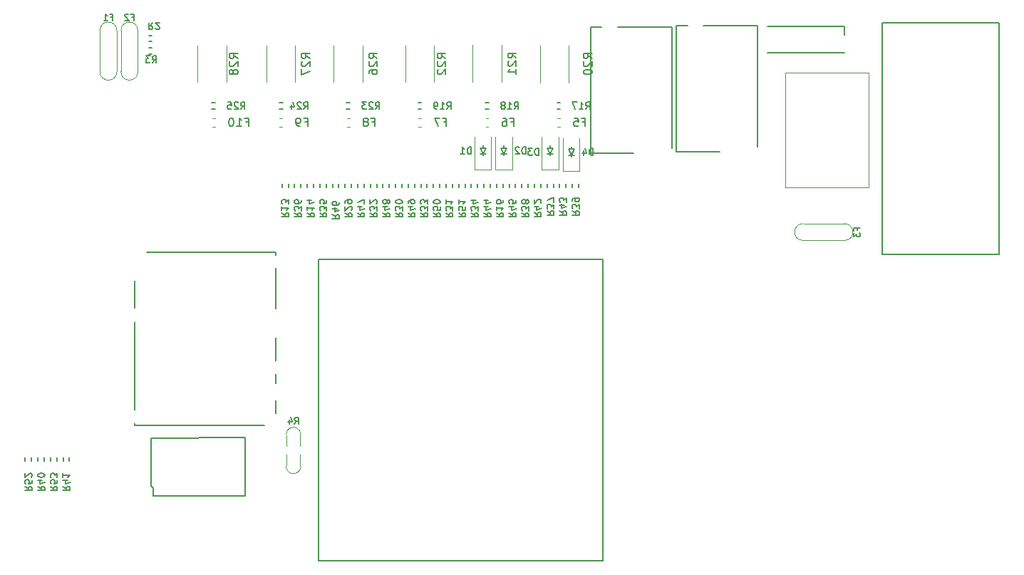
<source format=gbo>
G04 #@! TF.GenerationSoftware,KiCad,Pcbnew,8.0.8*
G04 #@! TF.CreationDate,2025-12-10T10:52:46-05:00*
G04 #@! TF.ProjectId,hellen121vag,68656c6c-656e-4313-9231-7661672e6b69,d*
G04 #@! TF.SameCoordinates,PX2b953a0PY6943058*
G04 #@! TF.FileFunction,Legend,Bot*
G04 #@! TF.FilePolarity,Positive*
%FSLAX46Y46*%
G04 Gerber Fmt 4.6, Leading zero omitted, Abs format (unit mm)*
G04 Created by KiCad (PCBNEW 8.0.8) date 2025-12-10 10:52:46*
%MOMM*%
%LPD*%
G01*
G04 APERTURE LIST*
%ADD10C,0.170000*%
%ADD11C,0.127000*%
%ADD12C,0.150000*%
%ADD13C,0.100000*%
%ADD14C,0.203200*%
%ADD15C,0.200000*%
%ADD16C,0.120000*%
%ADD17C,0.099060*%
G04 APERTURE END LIST*
D10*
X23909191Y21150652D02*
X24299667Y20877319D01*
X23909191Y20682081D02*
X24729191Y20682081D01*
X24729191Y20682081D02*
X24729191Y20994462D01*
X24729191Y20994462D02*
X24690143Y21072557D01*
X24690143Y21072557D02*
X24651096Y21111604D01*
X24651096Y21111604D02*
X24573000Y21150652D01*
X24573000Y21150652D02*
X24455858Y21150652D01*
X24455858Y21150652D02*
X24377762Y21111604D01*
X24377762Y21111604D02*
X24338715Y21072557D01*
X24338715Y21072557D02*
X24299667Y20994462D01*
X24299667Y20994462D02*
X24299667Y20682081D01*
X24729191Y21892557D02*
X24729191Y21502081D01*
X24729191Y21502081D02*
X24338715Y21463033D01*
X24338715Y21463033D02*
X24377762Y21502081D01*
X24377762Y21502081D02*
X24416810Y21580176D01*
X24416810Y21580176D02*
X24416810Y21775414D01*
X24416810Y21775414D02*
X24377762Y21853509D01*
X24377762Y21853509D02*
X24338715Y21892557D01*
X24338715Y21892557D02*
X24260619Y21931604D01*
X24260619Y21931604D02*
X24065381Y21931604D01*
X24065381Y21931604D02*
X23987286Y21892557D01*
X23987286Y21892557D02*
X23948239Y21853509D01*
X23948239Y21853509D02*
X23909191Y21775414D01*
X23909191Y21775414D02*
X23909191Y21580176D01*
X23909191Y21580176D02*
X23948239Y21502081D01*
X23948239Y21502081D02*
X23987286Y21463033D01*
X24729191Y22204937D02*
X24729191Y22712556D01*
X24729191Y22712556D02*
X24416810Y22439223D01*
X24416810Y22439223D02*
X24416810Y22556366D01*
X24416810Y22556366D02*
X24377762Y22634461D01*
X24377762Y22634461D02*
X24338715Y22673509D01*
X24338715Y22673509D02*
X24260619Y22712556D01*
X24260619Y22712556D02*
X24065381Y22712556D01*
X24065381Y22712556D02*
X23987286Y22673509D01*
X23987286Y22673509D02*
X23948239Y22634461D01*
X23948239Y22634461D02*
X23909191Y22556366D01*
X23909191Y22556366D02*
X23909191Y22322080D01*
X23909191Y22322080D02*
X23948239Y22243985D01*
X23948239Y22243985D02*
X23987286Y22204937D01*
X20909191Y21150652D02*
X21299667Y20877319D01*
X20909191Y20682081D02*
X21729191Y20682081D01*
X21729191Y20682081D02*
X21729191Y20994462D01*
X21729191Y20994462D02*
X21690143Y21072557D01*
X21690143Y21072557D02*
X21651096Y21111604D01*
X21651096Y21111604D02*
X21573000Y21150652D01*
X21573000Y21150652D02*
X21455858Y21150652D01*
X21455858Y21150652D02*
X21377762Y21111604D01*
X21377762Y21111604D02*
X21338715Y21072557D01*
X21338715Y21072557D02*
X21299667Y20994462D01*
X21299667Y20994462D02*
X21299667Y20682081D01*
X21729191Y21892557D02*
X21729191Y21502081D01*
X21729191Y21502081D02*
X21338715Y21463033D01*
X21338715Y21463033D02*
X21377762Y21502081D01*
X21377762Y21502081D02*
X21416810Y21580176D01*
X21416810Y21580176D02*
X21416810Y21775414D01*
X21416810Y21775414D02*
X21377762Y21853509D01*
X21377762Y21853509D02*
X21338715Y21892557D01*
X21338715Y21892557D02*
X21260619Y21931604D01*
X21260619Y21931604D02*
X21065381Y21931604D01*
X21065381Y21931604D02*
X20987286Y21892557D01*
X20987286Y21892557D02*
X20948239Y21853509D01*
X20948239Y21853509D02*
X20909191Y21775414D01*
X20909191Y21775414D02*
X20909191Y21580176D01*
X20909191Y21580176D02*
X20948239Y21502081D01*
X20948239Y21502081D02*
X20987286Y21463033D01*
X21651096Y22243985D02*
X21690143Y22283033D01*
X21690143Y22283033D02*
X21729191Y22361128D01*
X21729191Y22361128D02*
X21729191Y22556366D01*
X21729191Y22556366D02*
X21690143Y22634461D01*
X21690143Y22634461D02*
X21651096Y22673509D01*
X21651096Y22673509D02*
X21573000Y22712556D01*
X21573000Y22712556D02*
X21494905Y22712556D01*
X21494905Y22712556D02*
X21377762Y22673509D01*
X21377762Y22673509D02*
X20909191Y22204937D01*
X20909191Y22204937D02*
X20909191Y22712556D01*
X72409191Y53650652D02*
X72799667Y53377319D01*
X72409191Y53182081D02*
X73229191Y53182081D01*
X73229191Y53182081D02*
X73229191Y53494462D01*
X73229191Y53494462D02*
X73190143Y53572557D01*
X73190143Y53572557D02*
X73151096Y53611604D01*
X73151096Y53611604D02*
X73073000Y53650652D01*
X73073000Y53650652D02*
X72955858Y53650652D01*
X72955858Y53650652D02*
X72877762Y53611604D01*
X72877762Y53611604D02*
X72838715Y53572557D01*
X72838715Y53572557D02*
X72799667Y53494462D01*
X72799667Y53494462D02*
X72799667Y53182081D01*
X73229191Y54392557D02*
X73229191Y54002081D01*
X73229191Y54002081D02*
X72838715Y53963033D01*
X72838715Y53963033D02*
X72877762Y54002081D01*
X72877762Y54002081D02*
X72916810Y54080176D01*
X72916810Y54080176D02*
X72916810Y54275414D01*
X72916810Y54275414D02*
X72877762Y54353509D01*
X72877762Y54353509D02*
X72838715Y54392557D01*
X72838715Y54392557D02*
X72760619Y54431604D01*
X72760619Y54431604D02*
X72565381Y54431604D01*
X72565381Y54431604D02*
X72487286Y54392557D01*
X72487286Y54392557D02*
X72448239Y54353509D01*
X72448239Y54353509D02*
X72409191Y54275414D01*
X72409191Y54275414D02*
X72409191Y54080176D01*
X72409191Y54080176D02*
X72448239Y54002081D01*
X72448239Y54002081D02*
X72487286Y53963033D01*
X72409191Y55212556D02*
X72409191Y54743985D01*
X72409191Y54978271D02*
X73229191Y54978271D01*
X73229191Y54978271D02*
X73112048Y54900175D01*
X73112048Y54900175D02*
X73033953Y54822080D01*
X73033953Y54822080D02*
X72994905Y54743985D01*
X69409191Y53650652D02*
X69799667Y53377319D01*
X69409191Y53182081D02*
X70229191Y53182081D01*
X70229191Y53182081D02*
X70229191Y53494462D01*
X70229191Y53494462D02*
X70190143Y53572557D01*
X70190143Y53572557D02*
X70151096Y53611604D01*
X70151096Y53611604D02*
X70073000Y53650652D01*
X70073000Y53650652D02*
X69955858Y53650652D01*
X69955858Y53650652D02*
X69877762Y53611604D01*
X69877762Y53611604D02*
X69838715Y53572557D01*
X69838715Y53572557D02*
X69799667Y53494462D01*
X69799667Y53494462D02*
X69799667Y53182081D01*
X70229191Y54392557D02*
X70229191Y54002081D01*
X70229191Y54002081D02*
X69838715Y53963033D01*
X69838715Y53963033D02*
X69877762Y54002081D01*
X69877762Y54002081D02*
X69916810Y54080176D01*
X69916810Y54080176D02*
X69916810Y54275414D01*
X69916810Y54275414D02*
X69877762Y54353509D01*
X69877762Y54353509D02*
X69838715Y54392557D01*
X69838715Y54392557D02*
X69760619Y54431604D01*
X69760619Y54431604D02*
X69565381Y54431604D01*
X69565381Y54431604D02*
X69487286Y54392557D01*
X69487286Y54392557D02*
X69448239Y54353509D01*
X69448239Y54353509D02*
X69409191Y54275414D01*
X69409191Y54275414D02*
X69409191Y54080176D01*
X69409191Y54080176D02*
X69448239Y54002081D01*
X69448239Y54002081D02*
X69487286Y53963033D01*
X70229191Y54939223D02*
X70229191Y55017318D01*
X70229191Y55017318D02*
X70190143Y55095414D01*
X70190143Y55095414D02*
X70151096Y55134461D01*
X70151096Y55134461D02*
X70073000Y55173509D01*
X70073000Y55173509D02*
X69916810Y55212556D01*
X69916810Y55212556D02*
X69721572Y55212556D01*
X69721572Y55212556D02*
X69565381Y55173509D01*
X69565381Y55173509D02*
X69487286Y55134461D01*
X69487286Y55134461D02*
X69448239Y55095414D01*
X69448239Y55095414D02*
X69409191Y55017318D01*
X69409191Y55017318D02*
X69409191Y54939223D01*
X69409191Y54939223D02*
X69448239Y54861128D01*
X69448239Y54861128D02*
X69487286Y54822080D01*
X69487286Y54822080D02*
X69565381Y54783033D01*
X69565381Y54783033D02*
X69721572Y54743985D01*
X69721572Y54743985D02*
X69916810Y54743985D01*
X69916810Y54743985D02*
X70073000Y54783033D01*
X70073000Y54783033D02*
X70151096Y54822080D01*
X70151096Y54822080D02*
X70190143Y54861128D01*
X70190143Y54861128D02*
X70229191Y54939223D01*
X66409191Y53650652D02*
X66799667Y53377319D01*
X66409191Y53182081D02*
X67229191Y53182081D01*
X67229191Y53182081D02*
X67229191Y53494462D01*
X67229191Y53494462D02*
X67190143Y53572557D01*
X67190143Y53572557D02*
X67151096Y53611604D01*
X67151096Y53611604D02*
X67073000Y53650652D01*
X67073000Y53650652D02*
X66955858Y53650652D01*
X66955858Y53650652D02*
X66877762Y53611604D01*
X66877762Y53611604D02*
X66838715Y53572557D01*
X66838715Y53572557D02*
X66799667Y53494462D01*
X66799667Y53494462D02*
X66799667Y53182081D01*
X66955858Y54353509D02*
X66409191Y54353509D01*
X67268239Y54158271D02*
X66682524Y53963033D01*
X66682524Y53963033D02*
X66682524Y54470652D01*
X66409191Y54822080D02*
X66409191Y54978271D01*
X66409191Y54978271D02*
X66448239Y55056366D01*
X66448239Y55056366D02*
X66487286Y55095414D01*
X66487286Y55095414D02*
X66604429Y55173509D01*
X66604429Y55173509D02*
X66760619Y55212556D01*
X66760619Y55212556D02*
X67073000Y55212556D01*
X67073000Y55212556D02*
X67151096Y55173509D01*
X67151096Y55173509D02*
X67190143Y55134461D01*
X67190143Y55134461D02*
X67229191Y55056366D01*
X67229191Y55056366D02*
X67229191Y54900175D01*
X67229191Y54900175D02*
X67190143Y54822080D01*
X67190143Y54822080D02*
X67151096Y54783033D01*
X67151096Y54783033D02*
X67073000Y54743985D01*
X67073000Y54743985D02*
X66877762Y54743985D01*
X66877762Y54743985D02*
X66799667Y54783033D01*
X66799667Y54783033D02*
X66760619Y54822080D01*
X66760619Y54822080D02*
X66721572Y54900175D01*
X66721572Y54900175D02*
X66721572Y55056366D01*
X66721572Y55056366D02*
X66760619Y55134461D01*
X66760619Y55134461D02*
X66799667Y55173509D01*
X66799667Y55173509D02*
X66877762Y55212556D01*
X63409191Y53650652D02*
X63799667Y53377319D01*
X63409191Y53182081D02*
X64229191Y53182081D01*
X64229191Y53182081D02*
X64229191Y53494462D01*
X64229191Y53494462D02*
X64190143Y53572557D01*
X64190143Y53572557D02*
X64151096Y53611604D01*
X64151096Y53611604D02*
X64073000Y53650652D01*
X64073000Y53650652D02*
X63955858Y53650652D01*
X63955858Y53650652D02*
X63877762Y53611604D01*
X63877762Y53611604D02*
X63838715Y53572557D01*
X63838715Y53572557D02*
X63799667Y53494462D01*
X63799667Y53494462D02*
X63799667Y53182081D01*
X63955858Y54353509D02*
X63409191Y54353509D01*
X64268239Y54158271D02*
X63682524Y53963033D01*
X63682524Y53963033D02*
X63682524Y54470652D01*
X63877762Y54900175D02*
X63916810Y54822080D01*
X63916810Y54822080D02*
X63955858Y54783033D01*
X63955858Y54783033D02*
X64033953Y54743985D01*
X64033953Y54743985D02*
X64073000Y54743985D01*
X64073000Y54743985D02*
X64151096Y54783033D01*
X64151096Y54783033D02*
X64190143Y54822080D01*
X64190143Y54822080D02*
X64229191Y54900175D01*
X64229191Y54900175D02*
X64229191Y55056366D01*
X64229191Y55056366D02*
X64190143Y55134461D01*
X64190143Y55134461D02*
X64151096Y55173509D01*
X64151096Y55173509D02*
X64073000Y55212556D01*
X64073000Y55212556D02*
X64033953Y55212556D01*
X64033953Y55212556D02*
X63955858Y55173509D01*
X63955858Y55173509D02*
X63916810Y55134461D01*
X63916810Y55134461D02*
X63877762Y55056366D01*
X63877762Y55056366D02*
X63877762Y54900175D01*
X63877762Y54900175D02*
X63838715Y54822080D01*
X63838715Y54822080D02*
X63799667Y54783033D01*
X63799667Y54783033D02*
X63721572Y54743985D01*
X63721572Y54743985D02*
X63565381Y54743985D01*
X63565381Y54743985D02*
X63487286Y54783033D01*
X63487286Y54783033D02*
X63448239Y54822080D01*
X63448239Y54822080D02*
X63409191Y54900175D01*
X63409191Y54900175D02*
X63409191Y55056366D01*
X63409191Y55056366D02*
X63448239Y55134461D01*
X63448239Y55134461D02*
X63487286Y55173509D01*
X63487286Y55173509D02*
X63565381Y55212556D01*
X63565381Y55212556D02*
X63721572Y55212556D01*
X63721572Y55212556D02*
X63799667Y55173509D01*
X63799667Y55173509D02*
X63838715Y55134461D01*
X63838715Y55134461D02*
X63877762Y55056366D01*
X60409191Y53650652D02*
X60799667Y53377319D01*
X60409191Y53182081D02*
X61229191Y53182081D01*
X61229191Y53182081D02*
X61229191Y53494462D01*
X61229191Y53494462D02*
X61190143Y53572557D01*
X61190143Y53572557D02*
X61151096Y53611604D01*
X61151096Y53611604D02*
X61073000Y53650652D01*
X61073000Y53650652D02*
X60955858Y53650652D01*
X60955858Y53650652D02*
X60877762Y53611604D01*
X60877762Y53611604D02*
X60838715Y53572557D01*
X60838715Y53572557D02*
X60799667Y53494462D01*
X60799667Y53494462D02*
X60799667Y53182081D01*
X60955858Y54353509D02*
X60409191Y54353509D01*
X61268239Y54158271D02*
X60682524Y53963033D01*
X60682524Y53963033D02*
X60682524Y54470652D01*
X61229191Y54704937D02*
X61229191Y55251604D01*
X61229191Y55251604D02*
X60409191Y54900175D01*
X57409191Y53450652D02*
X57799667Y53177319D01*
X57409191Y52982081D02*
X58229191Y52982081D01*
X58229191Y52982081D02*
X58229191Y53294462D01*
X58229191Y53294462D02*
X58190143Y53372557D01*
X58190143Y53372557D02*
X58151096Y53411604D01*
X58151096Y53411604D02*
X58073000Y53450652D01*
X58073000Y53450652D02*
X57955858Y53450652D01*
X57955858Y53450652D02*
X57877762Y53411604D01*
X57877762Y53411604D02*
X57838715Y53372557D01*
X57838715Y53372557D02*
X57799667Y53294462D01*
X57799667Y53294462D02*
X57799667Y52982081D01*
X57955858Y54153509D02*
X57409191Y54153509D01*
X58268239Y53958271D02*
X57682524Y53763033D01*
X57682524Y53763033D02*
X57682524Y54270652D01*
X58229191Y54934461D02*
X58229191Y54778271D01*
X58229191Y54778271D02*
X58190143Y54700175D01*
X58190143Y54700175D02*
X58151096Y54661128D01*
X58151096Y54661128D02*
X58033953Y54583033D01*
X58033953Y54583033D02*
X57877762Y54543985D01*
X57877762Y54543985D02*
X57565381Y54543985D01*
X57565381Y54543985D02*
X57487286Y54583033D01*
X57487286Y54583033D02*
X57448239Y54622080D01*
X57448239Y54622080D02*
X57409191Y54700175D01*
X57409191Y54700175D02*
X57409191Y54856366D01*
X57409191Y54856366D02*
X57448239Y54934461D01*
X57448239Y54934461D02*
X57487286Y54973509D01*
X57487286Y54973509D02*
X57565381Y55012556D01*
X57565381Y55012556D02*
X57760619Y55012556D01*
X57760619Y55012556D02*
X57838715Y54973509D01*
X57838715Y54973509D02*
X57877762Y54934461D01*
X57877762Y54934461D02*
X57916810Y54856366D01*
X57916810Y54856366D02*
X57916810Y54700175D01*
X57916810Y54700175D02*
X57877762Y54622080D01*
X57877762Y54622080D02*
X57838715Y54583033D01*
X57838715Y54583033D02*
X57760619Y54543985D01*
X78409191Y53650652D02*
X78799667Y53377319D01*
X78409191Y53182081D02*
X79229191Y53182081D01*
X79229191Y53182081D02*
X79229191Y53494462D01*
X79229191Y53494462D02*
X79190143Y53572557D01*
X79190143Y53572557D02*
X79151096Y53611604D01*
X79151096Y53611604D02*
X79073000Y53650652D01*
X79073000Y53650652D02*
X78955858Y53650652D01*
X78955858Y53650652D02*
X78877762Y53611604D01*
X78877762Y53611604D02*
X78838715Y53572557D01*
X78838715Y53572557D02*
X78799667Y53494462D01*
X78799667Y53494462D02*
X78799667Y53182081D01*
X78955858Y54353509D02*
X78409191Y54353509D01*
X79268239Y54158271D02*
X78682524Y53963033D01*
X78682524Y53963033D02*
X78682524Y54470652D01*
X79229191Y55173509D02*
X79229191Y54783033D01*
X79229191Y54783033D02*
X78838715Y54743985D01*
X78838715Y54743985D02*
X78877762Y54783033D01*
X78877762Y54783033D02*
X78916810Y54861128D01*
X78916810Y54861128D02*
X78916810Y55056366D01*
X78916810Y55056366D02*
X78877762Y55134461D01*
X78877762Y55134461D02*
X78838715Y55173509D01*
X78838715Y55173509D02*
X78760619Y55212556D01*
X78760619Y55212556D02*
X78565381Y55212556D01*
X78565381Y55212556D02*
X78487286Y55173509D01*
X78487286Y55173509D02*
X78448239Y55134461D01*
X78448239Y55134461D02*
X78409191Y55056366D01*
X78409191Y55056366D02*
X78409191Y54861128D01*
X78409191Y54861128D02*
X78448239Y54783033D01*
X78448239Y54783033D02*
X78487286Y54743985D01*
X75409191Y53650652D02*
X75799667Y53377319D01*
X75409191Y53182081D02*
X76229191Y53182081D01*
X76229191Y53182081D02*
X76229191Y53494462D01*
X76229191Y53494462D02*
X76190143Y53572557D01*
X76190143Y53572557D02*
X76151096Y53611604D01*
X76151096Y53611604D02*
X76073000Y53650652D01*
X76073000Y53650652D02*
X75955858Y53650652D01*
X75955858Y53650652D02*
X75877762Y53611604D01*
X75877762Y53611604D02*
X75838715Y53572557D01*
X75838715Y53572557D02*
X75799667Y53494462D01*
X75799667Y53494462D02*
X75799667Y53182081D01*
X75955858Y54353509D02*
X75409191Y54353509D01*
X76268239Y54158271D02*
X75682524Y53963033D01*
X75682524Y53963033D02*
X75682524Y54470652D01*
X75955858Y55134461D02*
X75409191Y55134461D01*
X76268239Y54939223D02*
X75682524Y54743985D01*
X75682524Y54743985D02*
X75682524Y55251604D01*
X84409191Y53886211D02*
X84799667Y53612878D01*
X84409191Y53417640D02*
X85229191Y53417640D01*
X85229191Y53417640D02*
X85229191Y53730021D01*
X85229191Y53730021D02*
X85190143Y53808116D01*
X85190143Y53808116D02*
X85151096Y53847163D01*
X85151096Y53847163D02*
X85073000Y53886211D01*
X85073000Y53886211D02*
X84955858Y53886211D01*
X84955858Y53886211D02*
X84877762Y53847163D01*
X84877762Y53847163D02*
X84838715Y53808116D01*
X84838715Y53808116D02*
X84799667Y53730021D01*
X84799667Y53730021D02*
X84799667Y53417640D01*
X84955858Y54589068D02*
X84409191Y54589068D01*
X85268239Y54393830D02*
X84682524Y54198592D01*
X84682524Y54198592D02*
X84682524Y54706211D01*
X85229191Y54940496D02*
X85229191Y55448115D01*
X85229191Y55448115D02*
X84916810Y55174782D01*
X84916810Y55174782D02*
X84916810Y55291925D01*
X84916810Y55291925D02*
X84877762Y55370020D01*
X84877762Y55370020D02*
X84838715Y55409068D01*
X84838715Y55409068D02*
X84760619Y55448115D01*
X84760619Y55448115D02*
X84565381Y55448115D01*
X84565381Y55448115D02*
X84487286Y55409068D01*
X84487286Y55409068D02*
X84448239Y55370020D01*
X84448239Y55370020D02*
X84409191Y55291925D01*
X84409191Y55291925D02*
X84409191Y55057639D01*
X84409191Y55057639D02*
X84448239Y54979544D01*
X84448239Y54979544D02*
X84487286Y54940496D01*
X81409191Y53686211D02*
X81799667Y53412878D01*
X81409191Y53217640D02*
X82229191Y53217640D01*
X82229191Y53217640D02*
X82229191Y53530021D01*
X82229191Y53530021D02*
X82190143Y53608116D01*
X82190143Y53608116D02*
X82151096Y53647163D01*
X82151096Y53647163D02*
X82073000Y53686211D01*
X82073000Y53686211D02*
X81955858Y53686211D01*
X81955858Y53686211D02*
X81877762Y53647163D01*
X81877762Y53647163D02*
X81838715Y53608116D01*
X81838715Y53608116D02*
X81799667Y53530021D01*
X81799667Y53530021D02*
X81799667Y53217640D01*
X81955858Y54389068D02*
X81409191Y54389068D01*
X82268239Y54193830D02*
X81682524Y53998592D01*
X81682524Y53998592D02*
X81682524Y54506211D01*
X82151096Y54779544D02*
X82190143Y54818592D01*
X82190143Y54818592D02*
X82229191Y54896687D01*
X82229191Y54896687D02*
X82229191Y55091925D01*
X82229191Y55091925D02*
X82190143Y55170020D01*
X82190143Y55170020D02*
X82151096Y55209068D01*
X82151096Y55209068D02*
X82073000Y55248115D01*
X82073000Y55248115D02*
X81994905Y55248115D01*
X81994905Y55248115D02*
X81877762Y55209068D01*
X81877762Y55209068D02*
X81409191Y54740496D01*
X81409191Y54740496D02*
X81409191Y55248115D01*
X54409191Y53650652D02*
X54799667Y53377319D01*
X54409191Y53182081D02*
X55229191Y53182081D01*
X55229191Y53182081D02*
X55229191Y53494462D01*
X55229191Y53494462D02*
X55190143Y53572557D01*
X55190143Y53572557D02*
X55151096Y53611604D01*
X55151096Y53611604D02*
X55073000Y53650652D01*
X55073000Y53650652D02*
X54955858Y53650652D01*
X54955858Y53650652D02*
X54877762Y53611604D01*
X54877762Y53611604D02*
X54838715Y53572557D01*
X54838715Y53572557D02*
X54799667Y53494462D01*
X54799667Y53494462D02*
X54799667Y53182081D01*
X54409191Y54431604D02*
X54409191Y53963033D01*
X54409191Y54197319D02*
X55229191Y54197319D01*
X55229191Y54197319D02*
X55112048Y54119223D01*
X55112048Y54119223D02*
X55033953Y54041128D01*
X55033953Y54041128D02*
X54994905Y53963033D01*
X54955858Y55134461D02*
X54409191Y55134461D01*
X55268239Y54939223D02*
X54682524Y54743985D01*
X54682524Y54743985D02*
X54682524Y55251604D01*
X51409191Y53650652D02*
X51799667Y53377319D01*
X51409191Y53182081D02*
X52229191Y53182081D01*
X52229191Y53182081D02*
X52229191Y53494462D01*
X52229191Y53494462D02*
X52190143Y53572557D01*
X52190143Y53572557D02*
X52151096Y53611604D01*
X52151096Y53611604D02*
X52073000Y53650652D01*
X52073000Y53650652D02*
X51955858Y53650652D01*
X51955858Y53650652D02*
X51877762Y53611604D01*
X51877762Y53611604D02*
X51838715Y53572557D01*
X51838715Y53572557D02*
X51799667Y53494462D01*
X51799667Y53494462D02*
X51799667Y53182081D01*
X51409191Y54431604D02*
X51409191Y53963033D01*
X51409191Y54197319D02*
X52229191Y54197319D01*
X52229191Y54197319D02*
X52112048Y54119223D01*
X52112048Y54119223D02*
X52033953Y54041128D01*
X52033953Y54041128D02*
X51994905Y53963033D01*
X52229191Y54704937D02*
X52229191Y55212556D01*
X52229191Y55212556D02*
X51916810Y54939223D01*
X51916810Y54939223D02*
X51916810Y55056366D01*
X51916810Y55056366D02*
X51877762Y55134461D01*
X51877762Y55134461D02*
X51838715Y55173509D01*
X51838715Y55173509D02*
X51760619Y55212556D01*
X51760619Y55212556D02*
X51565381Y55212556D01*
X51565381Y55212556D02*
X51487286Y55173509D01*
X51487286Y55173509D02*
X51448239Y55134461D01*
X51448239Y55134461D02*
X51409191Y55056366D01*
X51409191Y55056366D02*
X51409191Y54822080D01*
X51409191Y54822080D02*
X51448239Y54743985D01*
X51448239Y54743985D02*
X51487286Y54704937D01*
X79909191Y53650652D02*
X80299667Y53377319D01*
X79909191Y53182081D02*
X80729191Y53182081D01*
X80729191Y53182081D02*
X80729191Y53494462D01*
X80729191Y53494462D02*
X80690143Y53572557D01*
X80690143Y53572557D02*
X80651096Y53611604D01*
X80651096Y53611604D02*
X80573000Y53650652D01*
X80573000Y53650652D02*
X80455858Y53650652D01*
X80455858Y53650652D02*
X80377762Y53611604D01*
X80377762Y53611604D02*
X80338715Y53572557D01*
X80338715Y53572557D02*
X80299667Y53494462D01*
X80299667Y53494462D02*
X80299667Y53182081D01*
X80729191Y53923985D02*
X80729191Y54431604D01*
X80729191Y54431604D02*
X80416810Y54158271D01*
X80416810Y54158271D02*
X80416810Y54275414D01*
X80416810Y54275414D02*
X80377762Y54353509D01*
X80377762Y54353509D02*
X80338715Y54392557D01*
X80338715Y54392557D02*
X80260619Y54431604D01*
X80260619Y54431604D02*
X80065381Y54431604D01*
X80065381Y54431604D02*
X79987286Y54392557D01*
X79987286Y54392557D02*
X79948239Y54353509D01*
X79948239Y54353509D02*
X79909191Y54275414D01*
X79909191Y54275414D02*
X79909191Y54041128D01*
X79909191Y54041128D02*
X79948239Y53963033D01*
X79948239Y53963033D02*
X79987286Y53923985D01*
X80377762Y54900175D02*
X80416810Y54822080D01*
X80416810Y54822080D02*
X80455858Y54783033D01*
X80455858Y54783033D02*
X80533953Y54743985D01*
X80533953Y54743985D02*
X80573000Y54743985D01*
X80573000Y54743985D02*
X80651096Y54783033D01*
X80651096Y54783033D02*
X80690143Y54822080D01*
X80690143Y54822080D02*
X80729191Y54900175D01*
X80729191Y54900175D02*
X80729191Y55056366D01*
X80729191Y55056366D02*
X80690143Y55134461D01*
X80690143Y55134461D02*
X80651096Y55173509D01*
X80651096Y55173509D02*
X80573000Y55212556D01*
X80573000Y55212556D02*
X80533953Y55212556D01*
X80533953Y55212556D02*
X80455858Y55173509D01*
X80455858Y55173509D02*
X80416810Y55134461D01*
X80416810Y55134461D02*
X80377762Y55056366D01*
X80377762Y55056366D02*
X80377762Y54900175D01*
X80377762Y54900175D02*
X80338715Y54822080D01*
X80338715Y54822080D02*
X80299667Y54783033D01*
X80299667Y54783033D02*
X80221572Y54743985D01*
X80221572Y54743985D02*
X80065381Y54743985D01*
X80065381Y54743985D02*
X79987286Y54783033D01*
X79987286Y54783033D02*
X79948239Y54822080D01*
X79948239Y54822080D02*
X79909191Y54900175D01*
X79909191Y54900175D02*
X79909191Y55056366D01*
X79909191Y55056366D02*
X79948239Y55134461D01*
X79948239Y55134461D02*
X79987286Y55173509D01*
X79987286Y55173509D02*
X80065381Y55212556D01*
X80065381Y55212556D02*
X80221572Y55212556D01*
X80221572Y55212556D02*
X80299667Y55173509D01*
X80299667Y55173509D02*
X80338715Y55134461D01*
X80338715Y55134461D02*
X80377762Y55056366D01*
X82909191Y53886211D02*
X83299667Y53612878D01*
X82909191Y53417640D02*
X83729191Y53417640D01*
X83729191Y53417640D02*
X83729191Y53730021D01*
X83729191Y53730021D02*
X83690143Y53808116D01*
X83690143Y53808116D02*
X83651096Y53847163D01*
X83651096Y53847163D02*
X83573000Y53886211D01*
X83573000Y53886211D02*
X83455858Y53886211D01*
X83455858Y53886211D02*
X83377762Y53847163D01*
X83377762Y53847163D02*
X83338715Y53808116D01*
X83338715Y53808116D02*
X83299667Y53730021D01*
X83299667Y53730021D02*
X83299667Y53417640D01*
X83729191Y54159544D02*
X83729191Y54667163D01*
X83729191Y54667163D02*
X83416810Y54393830D01*
X83416810Y54393830D02*
X83416810Y54510973D01*
X83416810Y54510973D02*
X83377762Y54589068D01*
X83377762Y54589068D02*
X83338715Y54628116D01*
X83338715Y54628116D02*
X83260619Y54667163D01*
X83260619Y54667163D02*
X83065381Y54667163D01*
X83065381Y54667163D02*
X82987286Y54628116D01*
X82987286Y54628116D02*
X82948239Y54589068D01*
X82948239Y54589068D02*
X82909191Y54510973D01*
X82909191Y54510973D02*
X82909191Y54276687D01*
X82909191Y54276687D02*
X82948239Y54198592D01*
X82948239Y54198592D02*
X82987286Y54159544D01*
X83729191Y54940496D02*
X83729191Y55487163D01*
X83729191Y55487163D02*
X82909191Y55135734D01*
X22409191Y21150652D02*
X22799667Y20877319D01*
X22409191Y20682081D02*
X23229191Y20682081D01*
X23229191Y20682081D02*
X23229191Y20994462D01*
X23229191Y20994462D02*
X23190143Y21072557D01*
X23190143Y21072557D02*
X23151096Y21111604D01*
X23151096Y21111604D02*
X23073000Y21150652D01*
X23073000Y21150652D02*
X22955858Y21150652D01*
X22955858Y21150652D02*
X22877762Y21111604D01*
X22877762Y21111604D02*
X22838715Y21072557D01*
X22838715Y21072557D02*
X22799667Y20994462D01*
X22799667Y20994462D02*
X22799667Y20682081D01*
X22955858Y21853509D02*
X22409191Y21853509D01*
X23268239Y21658271D02*
X22682524Y21463033D01*
X22682524Y21463033D02*
X22682524Y21970652D01*
X23229191Y22439223D02*
X23229191Y22517318D01*
X23229191Y22517318D02*
X23190143Y22595414D01*
X23190143Y22595414D02*
X23151096Y22634461D01*
X23151096Y22634461D02*
X23073000Y22673509D01*
X23073000Y22673509D02*
X22916810Y22712556D01*
X22916810Y22712556D02*
X22721572Y22712556D01*
X22721572Y22712556D02*
X22565381Y22673509D01*
X22565381Y22673509D02*
X22487286Y22634461D01*
X22487286Y22634461D02*
X22448239Y22595414D01*
X22448239Y22595414D02*
X22409191Y22517318D01*
X22409191Y22517318D02*
X22409191Y22439223D01*
X22409191Y22439223D02*
X22448239Y22361128D01*
X22448239Y22361128D02*
X22487286Y22322080D01*
X22487286Y22322080D02*
X22565381Y22283033D01*
X22565381Y22283033D02*
X22721572Y22243985D01*
X22721572Y22243985D02*
X22916810Y22243985D01*
X22916810Y22243985D02*
X23073000Y22283033D01*
X23073000Y22283033D02*
X23151096Y22322080D01*
X23151096Y22322080D02*
X23190143Y22361128D01*
X23190143Y22361128D02*
X23229191Y22439223D01*
X85909191Y53886211D02*
X86299667Y53612878D01*
X85909191Y53417640D02*
X86729191Y53417640D01*
X86729191Y53417640D02*
X86729191Y53730021D01*
X86729191Y53730021D02*
X86690143Y53808116D01*
X86690143Y53808116D02*
X86651096Y53847163D01*
X86651096Y53847163D02*
X86573000Y53886211D01*
X86573000Y53886211D02*
X86455858Y53886211D01*
X86455858Y53886211D02*
X86377762Y53847163D01*
X86377762Y53847163D02*
X86338715Y53808116D01*
X86338715Y53808116D02*
X86299667Y53730021D01*
X86299667Y53730021D02*
X86299667Y53417640D01*
X86729191Y54159544D02*
X86729191Y54667163D01*
X86729191Y54667163D02*
X86416810Y54393830D01*
X86416810Y54393830D02*
X86416810Y54510973D01*
X86416810Y54510973D02*
X86377762Y54589068D01*
X86377762Y54589068D02*
X86338715Y54628116D01*
X86338715Y54628116D02*
X86260619Y54667163D01*
X86260619Y54667163D02*
X86065381Y54667163D01*
X86065381Y54667163D02*
X85987286Y54628116D01*
X85987286Y54628116D02*
X85948239Y54589068D01*
X85948239Y54589068D02*
X85909191Y54510973D01*
X85909191Y54510973D02*
X85909191Y54276687D01*
X85909191Y54276687D02*
X85948239Y54198592D01*
X85948239Y54198592D02*
X85987286Y54159544D01*
X85909191Y55057639D02*
X85909191Y55213830D01*
X85909191Y55213830D02*
X85948239Y55291925D01*
X85948239Y55291925D02*
X85987286Y55330973D01*
X85987286Y55330973D02*
X86104429Y55409068D01*
X86104429Y55409068D02*
X86260619Y55448115D01*
X86260619Y55448115D02*
X86573000Y55448115D01*
X86573000Y55448115D02*
X86651096Y55409068D01*
X86651096Y55409068D02*
X86690143Y55370020D01*
X86690143Y55370020D02*
X86729191Y55291925D01*
X86729191Y55291925D02*
X86729191Y55135734D01*
X86729191Y55135734D02*
X86690143Y55057639D01*
X86690143Y55057639D02*
X86651096Y55018592D01*
X86651096Y55018592D02*
X86573000Y54979544D01*
X86573000Y54979544D02*
X86377762Y54979544D01*
X86377762Y54979544D02*
X86299667Y55018592D01*
X86299667Y55018592D02*
X86260619Y55057639D01*
X86260619Y55057639D02*
X86221572Y55135734D01*
X86221572Y55135734D02*
X86221572Y55291925D01*
X86221572Y55291925D02*
X86260619Y55370020D01*
X86260619Y55370020D02*
X86299667Y55409068D01*
X86299667Y55409068D02*
X86377762Y55448115D01*
X58909191Y53650652D02*
X59299667Y53377319D01*
X58909191Y53182081D02*
X59729191Y53182081D01*
X59729191Y53182081D02*
X59729191Y53494462D01*
X59729191Y53494462D02*
X59690143Y53572557D01*
X59690143Y53572557D02*
X59651096Y53611604D01*
X59651096Y53611604D02*
X59573000Y53650652D01*
X59573000Y53650652D02*
X59455858Y53650652D01*
X59455858Y53650652D02*
X59377762Y53611604D01*
X59377762Y53611604D02*
X59338715Y53572557D01*
X59338715Y53572557D02*
X59299667Y53494462D01*
X59299667Y53494462D02*
X59299667Y53182081D01*
X59651096Y53963033D02*
X59690143Y54002081D01*
X59690143Y54002081D02*
X59729191Y54080176D01*
X59729191Y54080176D02*
X59729191Y54275414D01*
X59729191Y54275414D02*
X59690143Y54353509D01*
X59690143Y54353509D02*
X59651096Y54392557D01*
X59651096Y54392557D02*
X59573000Y54431604D01*
X59573000Y54431604D02*
X59494905Y54431604D01*
X59494905Y54431604D02*
X59377762Y54392557D01*
X59377762Y54392557D02*
X58909191Y53923985D01*
X58909191Y53923985D02*
X58909191Y54431604D01*
X58909191Y54822080D02*
X58909191Y54978271D01*
X58909191Y54978271D02*
X58948239Y55056366D01*
X58948239Y55056366D02*
X58987286Y55095414D01*
X58987286Y55095414D02*
X59104429Y55173509D01*
X59104429Y55173509D02*
X59260619Y55212556D01*
X59260619Y55212556D02*
X59573000Y55212556D01*
X59573000Y55212556D02*
X59651096Y55173509D01*
X59651096Y55173509D02*
X59690143Y55134461D01*
X59690143Y55134461D02*
X59729191Y55056366D01*
X59729191Y55056366D02*
X59729191Y54900175D01*
X59729191Y54900175D02*
X59690143Y54822080D01*
X59690143Y54822080D02*
X59651096Y54783033D01*
X59651096Y54783033D02*
X59573000Y54743985D01*
X59573000Y54743985D02*
X59377762Y54743985D01*
X59377762Y54743985D02*
X59299667Y54783033D01*
X59299667Y54783033D02*
X59260619Y54822080D01*
X59260619Y54822080D02*
X59221572Y54900175D01*
X59221572Y54900175D02*
X59221572Y55056366D01*
X59221572Y55056366D02*
X59260619Y55134461D01*
X59260619Y55134461D02*
X59299667Y55173509D01*
X59299667Y55173509D02*
X59377762Y55212556D01*
X67909191Y53650652D02*
X68299667Y53377319D01*
X67909191Y53182081D02*
X68729191Y53182081D01*
X68729191Y53182081D02*
X68729191Y53494462D01*
X68729191Y53494462D02*
X68690143Y53572557D01*
X68690143Y53572557D02*
X68651096Y53611604D01*
X68651096Y53611604D02*
X68573000Y53650652D01*
X68573000Y53650652D02*
X68455858Y53650652D01*
X68455858Y53650652D02*
X68377762Y53611604D01*
X68377762Y53611604D02*
X68338715Y53572557D01*
X68338715Y53572557D02*
X68299667Y53494462D01*
X68299667Y53494462D02*
X68299667Y53182081D01*
X68729191Y53923985D02*
X68729191Y54431604D01*
X68729191Y54431604D02*
X68416810Y54158271D01*
X68416810Y54158271D02*
X68416810Y54275414D01*
X68416810Y54275414D02*
X68377762Y54353509D01*
X68377762Y54353509D02*
X68338715Y54392557D01*
X68338715Y54392557D02*
X68260619Y54431604D01*
X68260619Y54431604D02*
X68065381Y54431604D01*
X68065381Y54431604D02*
X67987286Y54392557D01*
X67987286Y54392557D02*
X67948239Y54353509D01*
X67948239Y54353509D02*
X67909191Y54275414D01*
X67909191Y54275414D02*
X67909191Y54041128D01*
X67909191Y54041128D02*
X67948239Y53963033D01*
X67948239Y53963033D02*
X67987286Y53923985D01*
X68729191Y54704937D02*
X68729191Y55212556D01*
X68729191Y55212556D02*
X68416810Y54939223D01*
X68416810Y54939223D02*
X68416810Y55056366D01*
X68416810Y55056366D02*
X68377762Y55134461D01*
X68377762Y55134461D02*
X68338715Y55173509D01*
X68338715Y55173509D02*
X68260619Y55212556D01*
X68260619Y55212556D02*
X68065381Y55212556D01*
X68065381Y55212556D02*
X67987286Y55173509D01*
X67987286Y55173509D02*
X67948239Y55134461D01*
X67948239Y55134461D02*
X67909191Y55056366D01*
X67909191Y55056366D02*
X67909191Y54822080D01*
X67909191Y54822080D02*
X67948239Y54743985D01*
X67948239Y54743985D02*
X67987286Y54704937D01*
X55909191Y53650652D02*
X56299667Y53377319D01*
X55909191Y53182081D02*
X56729191Y53182081D01*
X56729191Y53182081D02*
X56729191Y53494462D01*
X56729191Y53494462D02*
X56690143Y53572557D01*
X56690143Y53572557D02*
X56651096Y53611604D01*
X56651096Y53611604D02*
X56573000Y53650652D01*
X56573000Y53650652D02*
X56455858Y53650652D01*
X56455858Y53650652D02*
X56377762Y53611604D01*
X56377762Y53611604D02*
X56338715Y53572557D01*
X56338715Y53572557D02*
X56299667Y53494462D01*
X56299667Y53494462D02*
X56299667Y53182081D01*
X56729191Y53923985D02*
X56729191Y54431604D01*
X56729191Y54431604D02*
X56416810Y54158271D01*
X56416810Y54158271D02*
X56416810Y54275414D01*
X56416810Y54275414D02*
X56377762Y54353509D01*
X56377762Y54353509D02*
X56338715Y54392557D01*
X56338715Y54392557D02*
X56260619Y54431604D01*
X56260619Y54431604D02*
X56065381Y54431604D01*
X56065381Y54431604D02*
X55987286Y54392557D01*
X55987286Y54392557D02*
X55948239Y54353509D01*
X55948239Y54353509D02*
X55909191Y54275414D01*
X55909191Y54275414D02*
X55909191Y54041128D01*
X55909191Y54041128D02*
X55948239Y53963033D01*
X55948239Y53963033D02*
X55987286Y53923985D01*
X56729191Y55173509D02*
X56729191Y54783033D01*
X56729191Y54783033D02*
X56338715Y54743985D01*
X56338715Y54743985D02*
X56377762Y54783033D01*
X56377762Y54783033D02*
X56416810Y54861128D01*
X56416810Y54861128D02*
X56416810Y55056366D01*
X56416810Y55056366D02*
X56377762Y55134461D01*
X56377762Y55134461D02*
X56338715Y55173509D01*
X56338715Y55173509D02*
X56260619Y55212556D01*
X56260619Y55212556D02*
X56065381Y55212556D01*
X56065381Y55212556D02*
X55987286Y55173509D01*
X55987286Y55173509D02*
X55948239Y55134461D01*
X55948239Y55134461D02*
X55909191Y55056366D01*
X55909191Y55056366D02*
X55909191Y54861128D01*
X55909191Y54861128D02*
X55948239Y54783033D01*
X55948239Y54783033D02*
X55987286Y54743985D01*
X70909191Y53650652D02*
X71299667Y53377319D01*
X70909191Y53182081D02*
X71729191Y53182081D01*
X71729191Y53182081D02*
X71729191Y53494462D01*
X71729191Y53494462D02*
X71690143Y53572557D01*
X71690143Y53572557D02*
X71651096Y53611604D01*
X71651096Y53611604D02*
X71573000Y53650652D01*
X71573000Y53650652D02*
X71455858Y53650652D01*
X71455858Y53650652D02*
X71377762Y53611604D01*
X71377762Y53611604D02*
X71338715Y53572557D01*
X71338715Y53572557D02*
X71299667Y53494462D01*
X71299667Y53494462D02*
X71299667Y53182081D01*
X71729191Y53923985D02*
X71729191Y54431604D01*
X71729191Y54431604D02*
X71416810Y54158271D01*
X71416810Y54158271D02*
X71416810Y54275414D01*
X71416810Y54275414D02*
X71377762Y54353509D01*
X71377762Y54353509D02*
X71338715Y54392557D01*
X71338715Y54392557D02*
X71260619Y54431604D01*
X71260619Y54431604D02*
X71065381Y54431604D01*
X71065381Y54431604D02*
X70987286Y54392557D01*
X70987286Y54392557D02*
X70948239Y54353509D01*
X70948239Y54353509D02*
X70909191Y54275414D01*
X70909191Y54275414D02*
X70909191Y54041128D01*
X70909191Y54041128D02*
X70948239Y53963033D01*
X70948239Y53963033D02*
X70987286Y53923985D01*
X70909191Y55212556D02*
X70909191Y54743985D01*
X70909191Y54978271D02*
X71729191Y54978271D01*
X71729191Y54978271D02*
X71612048Y54900175D01*
X71612048Y54900175D02*
X71533953Y54822080D01*
X71533953Y54822080D02*
X71494905Y54743985D01*
X64909191Y53650652D02*
X65299667Y53377319D01*
X64909191Y53182081D02*
X65729191Y53182081D01*
X65729191Y53182081D02*
X65729191Y53494462D01*
X65729191Y53494462D02*
X65690143Y53572557D01*
X65690143Y53572557D02*
X65651096Y53611604D01*
X65651096Y53611604D02*
X65573000Y53650652D01*
X65573000Y53650652D02*
X65455858Y53650652D01*
X65455858Y53650652D02*
X65377762Y53611604D01*
X65377762Y53611604D02*
X65338715Y53572557D01*
X65338715Y53572557D02*
X65299667Y53494462D01*
X65299667Y53494462D02*
X65299667Y53182081D01*
X65729191Y53923985D02*
X65729191Y54431604D01*
X65729191Y54431604D02*
X65416810Y54158271D01*
X65416810Y54158271D02*
X65416810Y54275414D01*
X65416810Y54275414D02*
X65377762Y54353509D01*
X65377762Y54353509D02*
X65338715Y54392557D01*
X65338715Y54392557D02*
X65260619Y54431604D01*
X65260619Y54431604D02*
X65065381Y54431604D01*
X65065381Y54431604D02*
X64987286Y54392557D01*
X64987286Y54392557D02*
X64948239Y54353509D01*
X64948239Y54353509D02*
X64909191Y54275414D01*
X64909191Y54275414D02*
X64909191Y54041128D01*
X64909191Y54041128D02*
X64948239Y53963033D01*
X64948239Y53963033D02*
X64987286Y53923985D01*
X65729191Y54939223D02*
X65729191Y55017318D01*
X65729191Y55017318D02*
X65690143Y55095414D01*
X65690143Y55095414D02*
X65651096Y55134461D01*
X65651096Y55134461D02*
X65573000Y55173509D01*
X65573000Y55173509D02*
X65416810Y55212556D01*
X65416810Y55212556D02*
X65221572Y55212556D01*
X65221572Y55212556D02*
X65065381Y55173509D01*
X65065381Y55173509D02*
X64987286Y55134461D01*
X64987286Y55134461D02*
X64948239Y55095414D01*
X64948239Y55095414D02*
X64909191Y55017318D01*
X64909191Y55017318D02*
X64909191Y54939223D01*
X64909191Y54939223D02*
X64948239Y54861128D01*
X64948239Y54861128D02*
X64987286Y54822080D01*
X64987286Y54822080D02*
X65065381Y54783033D01*
X65065381Y54783033D02*
X65221572Y54743985D01*
X65221572Y54743985D02*
X65416810Y54743985D01*
X65416810Y54743985D02*
X65573000Y54783033D01*
X65573000Y54783033D02*
X65651096Y54822080D01*
X65651096Y54822080D02*
X65690143Y54861128D01*
X65690143Y54861128D02*
X65729191Y54939223D01*
D11*
X33553999Y76928232D02*
X33807999Y76928232D01*
X33807999Y76529089D02*
X33807999Y77291089D01*
X33807999Y77291089D02*
X33445142Y77291089D01*
X33191142Y77218517D02*
X33154856Y77254803D01*
X33154856Y77254803D02*
X33082285Y77291089D01*
X33082285Y77291089D02*
X32900856Y77291089D01*
X32900856Y77291089D02*
X32828285Y77254803D01*
X32828285Y77254803D02*
X32791999Y77218517D01*
X32791999Y77218517D02*
X32755713Y77145946D01*
X32755713Y77145946D02*
X32755713Y77073374D01*
X32755713Y77073374D02*
X32791999Y76964517D01*
X32791999Y76964517D02*
X33227427Y76529089D01*
X33227427Y76529089D02*
X32755713Y76529089D01*
D10*
X73905237Y60654492D02*
X73905237Y61474492D01*
X73905237Y61474492D02*
X73709999Y61474492D01*
X73709999Y61474492D02*
X73592856Y61435444D01*
X73592856Y61435444D02*
X73514761Y61357349D01*
X73514761Y61357349D02*
X73475714Y61279254D01*
X73475714Y61279254D02*
X73436666Y61123063D01*
X73436666Y61123063D02*
X73436666Y61005920D01*
X73436666Y61005920D02*
X73475714Y60849730D01*
X73475714Y60849730D02*
X73514761Y60771635D01*
X73514761Y60771635D02*
X73592856Y60693539D01*
X73592856Y60693539D02*
X73709999Y60654492D01*
X73709999Y60654492D02*
X73905237Y60654492D01*
X72655714Y60654492D02*
X73124285Y60654492D01*
X72889999Y60654492D02*
X72889999Y61474492D01*
X72889999Y61474492D02*
X72968095Y61357349D01*
X72968095Y61357349D02*
X73046190Y61279254D01*
X73046190Y61279254D02*
X73124285Y61240206D01*
D11*
X52926999Y28579088D02*
X53180999Y28941945D01*
X53362428Y28579088D02*
X53362428Y29341088D01*
X53362428Y29341088D02*
X53072142Y29341088D01*
X53072142Y29341088D02*
X52999571Y29304802D01*
X52999571Y29304802D02*
X52963285Y29268516D01*
X52963285Y29268516D02*
X52926999Y29195945D01*
X52926999Y29195945D02*
X52926999Y29087088D01*
X52926999Y29087088D02*
X52963285Y29014516D01*
X52963285Y29014516D02*
X52999571Y28978231D01*
X52999571Y28978231D02*
X53072142Y28941945D01*
X53072142Y28941945D02*
X53362428Y28941945D01*
X52273857Y29087088D02*
X52273857Y28579088D01*
X52455285Y29377373D02*
X52636714Y28833088D01*
X52636714Y28833088D02*
X52164999Y28833088D01*
X119746768Y51629000D02*
X119746768Y51883000D01*
X120145911Y51883000D02*
X119383911Y51883000D01*
X119383911Y51883000D02*
X119383911Y51520143D01*
X119383911Y51302428D02*
X119383911Y50830714D01*
X119383911Y50830714D02*
X119674197Y51084714D01*
X119674197Y51084714D02*
X119674197Y50975857D01*
X119674197Y50975857D02*
X119710483Y50903285D01*
X119710483Y50903285D02*
X119746768Y50867000D01*
X119746768Y50867000D02*
X119819340Y50830714D01*
X119819340Y50830714D02*
X120000768Y50830714D01*
X120000768Y50830714D02*
X120073340Y50867000D01*
X120073340Y50867000D02*
X120109626Y50903285D01*
X120109626Y50903285D02*
X120145911Y50975857D01*
X120145911Y50975857D02*
X120145911Y51193571D01*
X120145911Y51193571D02*
X120109626Y51266143D01*
X120109626Y51266143D02*
X120073340Y51302428D01*
X31053999Y76928232D02*
X31307999Y76928232D01*
X31307999Y76529089D02*
X31307999Y77291089D01*
X31307999Y77291089D02*
X30945142Y77291089D01*
X30255713Y76529089D02*
X30691142Y76529089D01*
X30473427Y76529089D02*
X30473427Y77291089D01*
X30473427Y77291089D02*
X30545999Y77182232D01*
X30545999Y77182232D02*
X30618570Y77109660D01*
X30618570Y77109660D02*
X30691142Y77073374D01*
D10*
X80405237Y60654492D02*
X80405237Y61474492D01*
X80405237Y61474492D02*
X80209999Y61474492D01*
X80209999Y61474492D02*
X80092856Y61435444D01*
X80092856Y61435444D02*
X80014761Y61357349D01*
X80014761Y61357349D02*
X79975714Y61279254D01*
X79975714Y61279254D02*
X79936666Y61123063D01*
X79936666Y61123063D02*
X79936666Y61005920D01*
X79936666Y61005920D02*
X79975714Y60849730D01*
X79975714Y60849730D02*
X80014761Y60771635D01*
X80014761Y60771635D02*
X80092856Y60693539D01*
X80092856Y60693539D02*
X80209999Y60654492D01*
X80209999Y60654492D02*
X80405237Y60654492D01*
X79624285Y61396397D02*
X79585237Y61435444D01*
X79585237Y61435444D02*
X79507142Y61474492D01*
X79507142Y61474492D02*
X79311904Y61474492D01*
X79311904Y61474492D02*
X79233809Y61435444D01*
X79233809Y61435444D02*
X79194761Y61396397D01*
X79194761Y61396397D02*
X79155714Y61318301D01*
X79155714Y61318301D02*
X79155714Y61240206D01*
X79155714Y61240206D02*
X79194761Y61123063D01*
X79194761Y61123063D02*
X79663333Y60654492D01*
X79663333Y60654492D02*
X79155714Y60654492D01*
X36024348Y71484192D02*
X36297681Y71874668D01*
X36492919Y71484192D02*
X36492919Y72304192D01*
X36492919Y72304192D02*
X36180538Y72304192D01*
X36180538Y72304192D02*
X36102443Y72265144D01*
X36102443Y72265144D02*
X36063396Y72226097D01*
X36063396Y72226097D02*
X36024348Y72148001D01*
X36024348Y72148001D02*
X36024348Y72030859D01*
X36024348Y72030859D02*
X36063396Y71952763D01*
X36063396Y71952763D02*
X36102443Y71913716D01*
X36102443Y71913716D02*
X36180538Y71874668D01*
X36180538Y71874668D02*
X36492919Y71874668D01*
X35751015Y72304192D02*
X35243396Y72304192D01*
X35243396Y72304192D02*
X35516729Y71991811D01*
X35516729Y71991811D02*
X35399586Y71991811D01*
X35399586Y71991811D02*
X35321491Y71952763D01*
X35321491Y71952763D02*
X35282443Y71913716D01*
X35282443Y71913716D02*
X35243396Y71835620D01*
X35243396Y71835620D02*
X35243396Y71640382D01*
X35243396Y71640382D02*
X35282443Y71562287D01*
X35282443Y71562287D02*
X35321491Y71523239D01*
X35321491Y71523239D02*
X35399586Y71484192D01*
X35399586Y71484192D02*
X35633872Y71484192D01*
X35633872Y71484192D02*
X35711967Y71523239D01*
X35711967Y71523239D02*
X35751015Y71562287D01*
X52909191Y53650652D02*
X53299667Y53377319D01*
X52909191Y53182081D02*
X53729191Y53182081D01*
X53729191Y53182081D02*
X53729191Y53494462D01*
X53729191Y53494462D02*
X53690143Y53572557D01*
X53690143Y53572557D02*
X53651096Y53611604D01*
X53651096Y53611604D02*
X53573000Y53650652D01*
X53573000Y53650652D02*
X53455858Y53650652D01*
X53455858Y53650652D02*
X53377762Y53611604D01*
X53377762Y53611604D02*
X53338715Y53572557D01*
X53338715Y53572557D02*
X53299667Y53494462D01*
X53299667Y53494462D02*
X53299667Y53182081D01*
X53729191Y53923985D02*
X53729191Y54431604D01*
X53729191Y54431604D02*
X53416810Y54158271D01*
X53416810Y54158271D02*
X53416810Y54275414D01*
X53416810Y54275414D02*
X53377762Y54353509D01*
X53377762Y54353509D02*
X53338715Y54392557D01*
X53338715Y54392557D02*
X53260619Y54431604D01*
X53260619Y54431604D02*
X53065381Y54431604D01*
X53065381Y54431604D02*
X52987286Y54392557D01*
X52987286Y54392557D02*
X52948239Y54353509D01*
X52948239Y54353509D02*
X52909191Y54275414D01*
X52909191Y54275414D02*
X52909191Y54041128D01*
X52909191Y54041128D02*
X52948239Y53963033D01*
X52948239Y53963033D02*
X52987286Y53923985D01*
X53729191Y55134461D02*
X53729191Y54978271D01*
X53729191Y54978271D02*
X53690143Y54900175D01*
X53690143Y54900175D02*
X53651096Y54861128D01*
X53651096Y54861128D02*
X53533953Y54783033D01*
X53533953Y54783033D02*
X53377762Y54743985D01*
X53377762Y54743985D02*
X53065381Y54743985D01*
X53065381Y54743985D02*
X52987286Y54783033D01*
X52987286Y54783033D02*
X52948239Y54822080D01*
X52948239Y54822080D02*
X52909191Y54900175D01*
X52909191Y54900175D02*
X52909191Y55056366D01*
X52909191Y55056366D02*
X52948239Y55134461D01*
X52948239Y55134461D02*
X52987286Y55173509D01*
X52987286Y55173509D02*
X53065381Y55212556D01*
X53065381Y55212556D02*
X53260619Y55212556D01*
X53260619Y55212556D02*
X53338715Y55173509D01*
X53338715Y55173509D02*
X53377762Y55134461D01*
X53377762Y55134461D02*
X53416810Y55056366D01*
X53416810Y55056366D02*
X53416810Y54900175D01*
X53416810Y54900175D02*
X53377762Y54822080D01*
X53377762Y54822080D02*
X53338715Y54783033D01*
X53338715Y54783033D02*
X53260619Y54743985D01*
X25409191Y21150652D02*
X25799667Y20877319D01*
X25409191Y20682081D02*
X26229191Y20682081D01*
X26229191Y20682081D02*
X26229191Y20994462D01*
X26229191Y20994462D02*
X26190143Y21072557D01*
X26190143Y21072557D02*
X26151096Y21111604D01*
X26151096Y21111604D02*
X26073000Y21150652D01*
X26073000Y21150652D02*
X25955858Y21150652D01*
X25955858Y21150652D02*
X25877762Y21111604D01*
X25877762Y21111604D02*
X25838715Y21072557D01*
X25838715Y21072557D02*
X25799667Y20994462D01*
X25799667Y20994462D02*
X25799667Y20682081D01*
X25955858Y21853509D02*
X25409191Y21853509D01*
X26268239Y21658271D02*
X25682524Y21463033D01*
X25682524Y21463033D02*
X25682524Y21970652D01*
X25409191Y22712556D02*
X25409191Y22243985D01*
X25409191Y22478271D02*
X26229191Y22478271D01*
X26229191Y22478271D02*
X26112048Y22400175D01*
X26112048Y22400175D02*
X26033953Y22322080D01*
X26033953Y22322080D02*
X25994905Y22243985D01*
X36075651Y76265809D02*
X35802318Y75875333D01*
X35607080Y76265809D02*
X35607080Y75445809D01*
X35607080Y75445809D02*
X35919461Y75445809D01*
X35919461Y75445809D02*
X35997556Y75484857D01*
X35997556Y75484857D02*
X36036603Y75523904D01*
X36036603Y75523904D02*
X36075651Y75602000D01*
X36075651Y75602000D02*
X36075651Y75719142D01*
X36075651Y75719142D02*
X36036603Y75797238D01*
X36036603Y75797238D02*
X35997556Y75836285D01*
X35997556Y75836285D02*
X35919461Y75875333D01*
X35919461Y75875333D02*
X35607080Y75875333D01*
X36388032Y75523904D02*
X36427080Y75484857D01*
X36427080Y75484857D02*
X36505175Y75445809D01*
X36505175Y75445809D02*
X36700413Y75445809D01*
X36700413Y75445809D02*
X36778508Y75484857D01*
X36778508Y75484857D02*
X36817556Y75523904D01*
X36817556Y75523904D02*
X36856603Y75602000D01*
X36856603Y75602000D02*
X36856603Y75680095D01*
X36856603Y75680095D02*
X36817556Y75797238D01*
X36817556Y75797238D02*
X36348984Y76265809D01*
X36348984Y76265809D02*
X36856603Y76265809D01*
X76909191Y53650652D02*
X77299667Y53377319D01*
X76909191Y53182081D02*
X77729191Y53182081D01*
X77729191Y53182081D02*
X77729191Y53494462D01*
X77729191Y53494462D02*
X77690143Y53572557D01*
X77690143Y53572557D02*
X77651096Y53611604D01*
X77651096Y53611604D02*
X77573000Y53650652D01*
X77573000Y53650652D02*
X77455858Y53650652D01*
X77455858Y53650652D02*
X77377762Y53611604D01*
X77377762Y53611604D02*
X77338715Y53572557D01*
X77338715Y53572557D02*
X77299667Y53494462D01*
X77299667Y53494462D02*
X77299667Y53182081D01*
X76909191Y54431604D02*
X76909191Y53963033D01*
X76909191Y54197319D02*
X77729191Y54197319D01*
X77729191Y54197319D02*
X77612048Y54119223D01*
X77612048Y54119223D02*
X77533953Y54041128D01*
X77533953Y54041128D02*
X77494905Y53963033D01*
X77729191Y55134461D02*
X77729191Y54978271D01*
X77729191Y54978271D02*
X77690143Y54900175D01*
X77690143Y54900175D02*
X77651096Y54861128D01*
X77651096Y54861128D02*
X77533953Y54783033D01*
X77533953Y54783033D02*
X77377762Y54743985D01*
X77377762Y54743985D02*
X77065381Y54743985D01*
X77065381Y54743985D02*
X76987286Y54783033D01*
X76987286Y54783033D02*
X76948239Y54822080D01*
X76948239Y54822080D02*
X76909191Y54900175D01*
X76909191Y54900175D02*
X76909191Y55056366D01*
X76909191Y55056366D02*
X76948239Y55134461D01*
X76948239Y55134461D02*
X76987286Y55173509D01*
X76987286Y55173509D02*
X77065381Y55212556D01*
X77065381Y55212556D02*
X77260619Y55212556D01*
X77260619Y55212556D02*
X77338715Y55173509D01*
X77338715Y55173509D02*
X77377762Y55134461D01*
X77377762Y55134461D02*
X77416810Y55056366D01*
X77416810Y55056366D02*
X77416810Y54900175D01*
X77416810Y54900175D02*
X77377762Y54822080D01*
X77377762Y54822080D02*
X77338715Y54783033D01*
X77338715Y54783033D02*
X77260619Y54743985D01*
X81905237Y60504492D02*
X81905237Y61324492D01*
X81905237Y61324492D02*
X81709999Y61324492D01*
X81709999Y61324492D02*
X81592856Y61285444D01*
X81592856Y61285444D02*
X81514761Y61207349D01*
X81514761Y61207349D02*
X81475714Y61129254D01*
X81475714Y61129254D02*
X81436666Y60973063D01*
X81436666Y60973063D02*
X81436666Y60855920D01*
X81436666Y60855920D02*
X81475714Y60699730D01*
X81475714Y60699730D02*
X81514761Y60621635D01*
X81514761Y60621635D02*
X81592856Y60543539D01*
X81592856Y60543539D02*
X81709999Y60504492D01*
X81709999Y60504492D02*
X81905237Y60504492D01*
X81163333Y61324492D02*
X80655714Y61324492D01*
X80655714Y61324492D02*
X80929047Y61012111D01*
X80929047Y61012111D02*
X80811904Y61012111D01*
X80811904Y61012111D02*
X80733809Y60973063D01*
X80733809Y60973063D02*
X80694761Y60934016D01*
X80694761Y60934016D02*
X80655714Y60855920D01*
X80655714Y60855920D02*
X80655714Y60660682D01*
X80655714Y60660682D02*
X80694761Y60582587D01*
X80694761Y60582587D02*
X80733809Y60543539D01*
X80733809Y60543539D02*
X80811904Y60504492D01*
X80811904Y60504492D02*
X81046190Y60504492D01*
X81046190Y60504492D02*
X81124285Y60543539D01*
X81124285Y60543539D02*
X81163333Y60582587D01*
X73909191Y53650652D02*
X74299667Y53377319D01*
X73909191Y53182081D02*
X74729191Y53182081D01*
X74729191Y53182081D02*
X74729191Y53494462D01*
X74729191Y53494462D02*
X74690143Y53572557D01*
X74690143Y53572557D02*
X74651096Y53611604D01*
X74651096Y53611604D02*
X74573000Y53650652D01*
X74573000Y53650652D02*
X74455858Y53650652D01*
X74455858Y53650652D02*
X74377762Y53611604D01*
X74377762Y53611604D02*
X74338715Y53572557D01*
X74338715Y53572557D02*
X74299667Y53494462D01*
X74299667Y53494462D02*
X74299667Y53182081D01*
X74729191Y53923985D02*
X74729191Y54431604D01*
X74729191Y54431604D02*
X74416810Y54158271D01*
X74416810Y54158271D02*
X74416810Y54275414D01*
X74416810Y54275414D02*
X74377762Y54353509D01*
X74377762Y54353509D02*
X74338715Y54392557D01*
X74338715Y54392557D02*
X74260619Y54431604D01*
X74260619Y54431604D02*
X74065381Y54431604D01*
X74065381Y54431604D02*
X73987286Y54392557D01*
X73987286Y54392557D02*
X73948239Y54353509D01*
X73948239Y54353509D02*
X73909191Y54275414D01*
X73909191Y54275414D02*
X73909191Y54041128D01*
X73909191Y54041128D02*
X73948239Y53963033D01*
X73948239Y53963033D02*
X73987286Y53923985D01*
X74455858Y55134461D02*
X73909191Y55134461D01*
X74768239Y54939223D02*
X74182524Y54743985D01*
X74182524Y54743985D02*
X74182524Y55251604D01*
X88405237Y60504492D02*
X88405237Y61324492D01*
X88405237Y61324492D02*
X88209999Y61324492D01*
X88209999Y61324492D02*
X88092856Y61285444D01*
X88092856Y61285444D02*
X88014761Y61207349D01*
X88014761Y61207349D02*
X87975714Y61129254D01*
X87975714Y61129254D02*
X87936666Y60973063D01*
X87936666Y60973063D02*
X87936666Y60855920D01*
X87936666Y60855920D02*
X87975714Y60699730D01*
X87975714Y60699730D02*
X88014761Y60621635D01*
X88014761Y60621635D02*
X88092856Y60543539D01*
X88092856Y60543539D02*
X88209999Y60504492D01*
X88209999Y60504492D02*
X88405237Y60504492D01*
X87233809Y61051159D02*
X87233809Y60504492D01*
X87429047Y61363539D02*
X87624285Y60777825D01*
X87624285Y60777825D02*
X87116666Y60777825D01*
X61909191Y53650652D02*
X62299667Y53377319D01*
X61909191Y53182081D02*
X62729191Y53182081D01*
X62729191Y53182081D02*
X62729191Y53494462D01*
X62729191Y53494462D02*
X62690143Y53572557D01*
X62690143Y53572557D02*
X62651096Y53611604D01*
X62651096Y53611604D02*
X62573000Y53650652D01*
X62573000Y53650652D02*
X62455858Y53650652D01*
X62455858Y53650652D02*
X62377762Y53611604D01*
X62377762Y53611604D02*
X62338715Y53572557D01*
X62338715Y53572557D02*
X62299667Y53494462D01*
X62299667Y53494462D02*
X62299667Y53182081D01*
X62729191Y53923985D02*
X62729191Y54431604D01*
X62729191Y54431604D02*
X62416810Y54158271D01*
X62416810Y54158271D02*
X62416810Y54275414D01*
X62416810Y54275414D02*
X62377762Y54353509D01*
X62377762Y54353509D02*
X62338715Y54392557D01*
X62338715Y54392557D02*
X62260619Y54431604D01*
X62260619Y54431604D02*
X62065381Y54431604D01*
X62065381Y54431604D02*
X61987286Y54392557D01*
X61987286Y54392557D02*
X61948239Y54353509D01*
X61948239Y54353509D02*
X61909191Y54275414D01*
X61909191Y54275414D02*
X61909191Y54041128D01*
X61909191Y54041128D02*
X61948239Y53963033D01*
X61948239Y53963033D02*
X61987286Y53923985D01*
X62651096Y54743985D02*
X62690143Y54783033D01*
X62690143Y54783033D02*
X62729191Y54861128D01*
X62729191Y54861128D02*
X62729191Y55056366D01*
X62729191Y55056366D02*
X62690143Y55134461D01*
X62690143Y55134461D02*
X62651096Y55173509D01*
X62651096Y55173509D02*
X62573000Y55212556D01*
X62573000Y55212556D02*
X62494905Y55212556D01*
X62494905Y55212556D02*
X62377762Y55173509D01*
X62377762Y55173509D02*
X61909191Y54704937D01*
X61909191Y54704937D02*
X61909191Y55212556D01*
X87524348Y65984192D02*
X87797681Y66374668D01*
X87992919Y65984192D02*
X87992919Y66804192D01*
X87992919Y66804192D02*
X87680538Y66804192D01*
X87680538Y66804192D02*
X87602443Y66765144D01*
X87602443Y66765144D02*
X87563396Y66726097D01*
X87563396Y66726097D02*
X87524348Y66648001D01*
X87524348Y66648001D02*
X87524348Y66530859D01*
X87524348Y66530859D02*
X87563396Y66452763D01*
X87563396Y66452763D02*
X87602443Y66413716D01*
X87602443Y66413716D02*
X87680538Y66374668D01*
X87680538Y66374668D02*
X87992919Y66374668D01*
X86743396Y65984192D02*
X87211967Y65984192D01*
X86977681Y65984192D02*
X86977681Y66804192D01*
X86977681Y66804192D02*
X87055777Y66687049D01*
X87055777Y66687049D02*
X87133872Y66608954D01*
X87133872Y66608954D02*
X87211967Y66569906D01*
X86470063Y66804192D02*
X85923396Y66804192D01*
X85923396Y66804192D02*
X86274825Y65984192D01*
X46524348Y65984192D02*
X46797681Y66374668D01*
X46992919Y65984192D02*
X46992919Y66804192D01*
X46992919Y66804192D02*
X46680538Y66804192D01*
X46680538Y66804192D02*
X46602443Y66765144D01*
X46602443Y66765144D02*
X46563396Y66726097D01*
X46563396Y66726097D02*
X46524348Y66648001D01*
X46524348Y66648001D02*
X46524348Y66530859D01*
X46524348Y66530859D02*
X46563396Y66452763D01*
X46563396Y66452763D02*
X46602443Y66413716D01*
X46602443Y66413716D02*
X46680538Y66374668D01*
X46680538Y66374668D02*
X46992919Y66374668D01*
X46211967Y66726097D02*
X46172919Y66765144D01*
X46172919Y66765144D02*
X46094824Y66804192D01*
X46094824Y66804192D02*
X45899586Y66804192D01*
X45899586Y66804192D02*
X45821491Y66765144D01*
X45821491Y66765144D02*
X45782443Y66726097D01*
X45782443Y66726097D02*
X45743396Y66648001D01*
X45743396Y66648001D02*
X45743396Y66569906D01*
X45743396Y66569906D02*
X45782443Y66452763D01*
X45782443Y66452763D02*
X46251015Y65984192D01*
X46251015Y65984192D02*
X45743396Y65984192D01*
X45001491Y66804192D02*
X45391967Y66804192D01*
X45391967Y66804192D02*
X45431015Y66413716D01*
X45431015Y66413716D02*
X45391967Y66452763D01*
X45391967Y66452763D02*
X45313872Y66491811D01*
X45313872Y66491811D02*
X45118634Y66491811D01*
X45118634Y66491811D02*
X45040539Y66452763D01*
X45040539Y66452763D02*
X45001491Y66413716D01*
X45001491Y66413716D02*
X44962444Y66335620D01*
X44962444Y66335620D02*
X44962444Y66140382D01*
X44962444Y66140382D02*
X45001491Y66062287D01*
X45001491Y66062287D02*
X45040539Y66023239D01*
X45040539Y66023239D02*
X45118634Y65984192D01*
X45118634Y65984192D02*
X45313872Y65984192D01*
X45313872Y65984192D02*
X45391967Y66023239D01*
X45391967Y66023239D02*
X45431015Y66062287D01*
X71024348Y65984192D02*
X71297681Y66374668D01*
X71492919Y65984192D02*
X71492919Y66804192D01*
X71492919Y66804192D02*
X71180538Y66804192D01*
X71180538Y66804192D02*
X71102443Y66765144D01*
X71102443Y66765144D02*
X71063396Y66726097D01*
X71063396Y66726097D02*
X71024348Y66648001D01*
X71024348Y66648001D02*
X71024348Y66530859D01*
X71024348Y66530859D02*
X71063396Y66452763D01*
X71063396Y66452763D02*
X71102443Y66413716D01*
X71102443Y66413716D02*
X71180538Y66374668D01*
X71180538Y66374668D02*
X71492919Y66374668D01*
X70243396Y65984192D02*
X70711967Y65984192D01*
X70477681Y65984192D02*
X70477681Y66804192D01*
X70477681Y66804192D02*
X70555777Y66687049D01*
X70555777Y66687049D02*
X70633872Y66608954D01*
X70633872Y66608954D02*
X70711967Y66569906D01*
X69852920Y65984192D02*
X69696729Y65984192D01*
X69696729Y65984192D02*
X69618634Y66023239D01*
X69618634Y66023239D02*
X69579586Y66062287D01*
X69579586Y66062287D02*
X69501491Y66179430D01*
X69501491Y66179430D02*
X69462444Y66335620D01*
X69462444Y66335620D02*
X69462444Y66648001D01*
X69462444Y66648001D02*
X69501491Y66726097D01*
X69501491Y66726097D02*
X69540539Y66765144D01*
X69540539Y66765144D02*
X69618634Y66804192D01*
X69618634Y66804192D02*
X69774825Y66804192D01*
X69774825Y66804192D02*
X69852920Y66765144D01*
X69852920Y66765144D02*
X69891967Y66726097D01*
X69891967Y66726097D02*
X69931015Y66648001D01*
X69931015Y66648001D02*
X69931015Y66452763D01*
X69931015Y66452763D02*
X69891967Y66374668D01*
X69891967Y66374668D02*
X69852920Y66335620D01*
X69852920Y66335620D02*
X69774825Y66296573D01*
X69774825Y66296573D02*
X69618634Y66296573D01*
X69618634Y66296573D02*
X69540539Y66335620D01*
X69540539Y66335620D02*
X69501491Y66374668D01*
X69501491Y66374668D02*
X69462444Y66452763D01*
D12*
X47109523Y64443991D02*
X47442856Y64443991D01*
X47442856Y63920181D02*
X47442856Y64920181D01*
X47442856Y64920181D02*
X46966666Y64920181D01*
X46061904Y63920181D02*
X46633332Y63920181D01*
X46347618Y63920181D02*
X46347618Y64920181D01*
X46347618Y64920181D02*
X46442856Y64777324D01*
X46442856Y64777324D02*
X46538094Y64682086D01*
X46538094Y64682086D02*
X46633332Y64634467D01*
X45442856Y64920181D02*
X45347618Y64920181D01*
X45347618Y64920181D02*
X45252380Y64872562D01*
X45252380Y64872562D02*
X45204761Y64824943D01*
X45204761Y64824943D02*
X45157142Y64729705D01*
X45157142Y64729705D02*
X45109523Y64539229D01*
X45109523Y64539229D02*
X45109523Y64301134D01*
X45109523Y64301134D02*
X45157142Y64110658D01*
X45157142Y64110658D02*
X45204761Y64015420D01*
X45204761Y64015420D02*
X45252380Y63967800D01*
X45252380Y63967800D02*
X45347618Y63920181D01*
X45347618Y63920181D02*
X45442856Y63920181D01*
X45442856Y63920181D02*
X45538094Y63967800D01*
X45538094Y63967800D02*
X45585713Y64015420D01*
X45585713Y64015420D02*
X45633332Y64110658D01*
X45633332Y64110658D02*
X45680951Y64301134D01*
X45680951Y64301134D02*
X45680951Y64539229D01*
X45680951Y64539229D02*
X45633332Y64729705D01*
X45633332Y64729705D02*
X45585713Y64824943D01*
X45585713Y64824943D02*
X45538094Y64872562D01*
X45538094Y64872562D02*
X45442856Y64920181D01*
X78633333Y64443991D02*
X78966666Y64443991D01*
X78966666Y63920181D02*
X78966666Y64920181D01*
X78966666Y64920181D02*
X78490476Y64920181D01*
X77680952Y64920181D02*
X77871428Y64920181D01*
X77871428Y64920181D02*
X77966666Y64872562D01*
X77966666Y64872562D02*
X78014285Y64824943D01*
X78014285Y64824943D02*
X78109523Y64682086D01*
X78109523Y64682086D02*
X78157142Y64491610D01*
X78157142Y64491610D02*
X78157142Y64110658D01*
X78157142Y64110658D02*
X78109523Y64015420D01*
X78109523Y64015420D02*
X78061904Y63967800D01*
X78061904Y63967800D02*
X77966666Y63920181D01*
X77966666Y63920181D02*
X77776190Y63920181D01*
X77776190Y63920181D02*
X77680952Y63967800D01*
X77680952Y63967800D02*
X77633333Y64015420D01*
X77633333Y64015420D02*
X77585714Y64110658D01*
X77585714Y64110658D02*
X77585714Y64348753D01*
X77585714Y64348753D02*
X77633333Y64443991D01*
X77633333Y64443991D02*
X77680952Y64491610D01*
X77680952Y64491610D02*
X77776190Y64539229D01*
X77776190Y64539229D02*
X77966666Y64539229D01*
X77966666Y64539229D02*
X78061904Y64491610D01*
X78061904Y64491610D02*
X78109523Y64443991D01*
X78109523Y64443991D02*
X78157142Y64348753D01*
X54754819Y72017858D02*
X54278628Y72351191D01*
X54754819Y72589286D02*
X53754819Y72589286D01*
X53754819Y72589286D02*
X53754819Y72208334D01*
X53754819Y72208334D02*
X53802438Y72113096D01*
X53802438Y72113096D02*
X53850057Y72065477D01*
X53850057Y72065477D02*
X53945295Y72017858D01*
X53945295Y72017858D02*
X54088152Y72017858D01*
X54088152Y72017858D02*
X54183390Y72065477D01*
X54183390Y72065477D02*
X54231009Y72113096D01*
X54231009Y72113096D02*
X54278628Y72208334D01*
X54278628Y72208334D02*
X54278628Y72589286D01*
X53850057Y71636905D02*
X53802438Y71589286D01*
X53802438Y71589286D02*
X53754819Y71494048D01*
X53754819Y71494048D02*
X53754819Y71255953D01*
X53754819Y71255953D02*
X53802438Y71160715D01*
X53802438Y71160715D02*
X53850057Y71113096D01*
X53850057Y71113096D02*
X53945295Y71065477D01*
X53945295Y71065477D02*
X54040533Y71065477D01*
X54040533Y71065477D02*
X54183390Y71113096D01*
X54183390Y71113096D02*
X54754819Y71684524D01*
X54754819Y71684524D02*
X54754819Y71065477D01*
X53754819Y70732143D02*
X53754819Y70065477D01*
X53754819Y70065477D02*
X54754819Y70494048D01*
D10*
X62524348Y65984192D02*
X62797681Y66374668D01*
X62992919Y65984192D02*
X62992919Y66804192D01*
X62992919Y66804192D02*
X62680538Y66804192D01*
X62680538Y66804192D02*
X62602443Y66765144D01*
X62602443Y66765144D02*
X62563396Y66726097D01*
X62563396Y66726097D02*
X62524348Y66648001D01*
X62524348Y66648001D02*
X62524348Y66530859D01*
X62524348Y66530859D02*
X62563396Y66452763D01*
X62563396Y66452763D02*
X62602443Y66413716D01*
X62602443Y66413716D02*
X62680538Y66374668D01*
X62680538Y66374668D02*
X62992919Y66374668D01*
X62211967Y66726097D02*
X62172919Y66765144D01*
X62172919Y66765144D02*
X62094824Y66804192D01*
X62094824Y66804192D02*
X61899586Y66804192D01*
X61899586Y66804192D02*
X61821491Y66765144D01*
X61821491Y66765144D02*
X61782443Y66726097D01*
X61782443Y66726097D02*
X61743396Y66648001D01*
X61743396Y66648001D02*
X61743396Y66569906D01*
X61743396Y66569906D02*
X61782443Y66452763D01*
X61782443Y66452763D02*
X62251015Y65984192D01*
X62251015Y65984192D02*
X61743396Y65984192D01*
X61470063Y66804192D02*
X60962444Y66804192D01*
X60962444Y66804192D02*
X61235777Y66491811D01*
X61235777Y66491811D02*
X61118634Y66491811D01*
X61118634Y66491811D02*
X61040539Y66452763D01*
X61040539Y66452763D02*
X61001491Y66413716D01*
X61001491Y66413716D02*
X60962444Y66335620D01*
X60962444Y66335620D02*
X60962444Y66140382D01*
X60962444Y66140382D02*
X61001491Y66062287D01*
X61001491Y66062287D02*
X61040539Y66023239D01*
X61040539Y66023239D02*
X61118634Y65984192D01*
X61118634Y65984192D02*
X61352920Y65984192D01*
X61352920Y65984192D02*
X61431015Y66023239D01*
X61431015Y66023239D02*
X61470063Y66062287D01*
X54024348Y65984192D02*
X54297681Y66374668D01*
X54492919Y65984192D02*
X54492919Y66804192D01*
X54492919Y66804192D02*
X54180538Y66804192D01*
X54180538Y66804192D02*
X54102443Y66765144D01*
X54102443Y66765144D02*
X54063396Y66726097D01*
X54063396Y66726097D02*
X54024348Y66648001D01*
X54024348Y66648001D02*
X54024348Y66530859D01*
X54024348Y66530859D02*
X54063396Y66452763D01*
X54063396Y66452763D02*
X54102443Y66413716D01*
X54102443Y66413716D02*
X54180538Y66374668D01*
X54180538Y66374668D02*
X54492919Y66374668D01*
X53711967Y66726097D02*
X53672919Y66765144D01*
X53672919Y66765144D02*
X53594824Y66804192D01*
X53594824Y66804192D02*
X53399586Y66804192D01*
X53399586Y66804192D02*
X53321491Y66765144D01*
X53321491Y66765144D02*
X53282443Y66726097D01*
X53282443Y66726097D02*
X53243396Y66648001D01*
X53243396Y66648001D02*
X53243396Y66569906D01*
X53243396Y66569906D02*
X53282443Y66452763D01*
X53282443Y66452763D02*
X53751015Y65984192D01*
X53751015Y65984192D02*
X53243396Y65984192D01*
X52540539Y66530859D02*
X52540539Y65984192D01*
X52735777Y66843239D02*
X52931015Y66257525D01*
X52931015Y66257525D02*
X52423396Y66257525D01*
D12*
X46179819Y72017858D02*
X45703628Y72351191D01*
X46179819Y72589286D02*
X45179819Y72589286D01*
X45179819Y72589286D02*
X45179819Y72208334D01*
X45179819Y72208334D02*
X45227438Y72113096D01*
X45227438Y72113096D02*
X45275057Y72065477D01*
X45275057Y72065477D02*
X45370295Y72017858D01*
X45370295Y72017858D02*
X45513152Y72017858D01*
X45513152Y72017858D02*
X45608390Y72065477D01*
X45608390Y72065477D02*
X45656009Y72113096D01*
X45656009Y72113096D02*
X45703628Y72208334D01*
X45703628Y72208334D02*
X45703628Y72589286D01*
X45275057Y71636905D02*
X45227438Y71589286D01*
X45227438Y71589286D02*
X45179819Y71494048D01*
X45179819Y71494048D02*
X45179819Y71255953D01*
X45179819Y71255953D02*
X45227438Y71160715D01*
X45227438Y71160715D02*
X45275057Y71113096D01*
X45275057Y71113096D02*
X45370295Y71065477D01*
X45370295Y71065477D02*
X45465533Y71065477D01*
X45465533Y71065477D02*
X45608390Y71113096D01*
X45608390Y71113096D02*
X46179819Y71684524D01*
X46179819Y71684524D02*
X46179819Y71065477D01*
X45608390Y70494048D02*
X45560771Y70589286D01*
X45560771Y70589286D02*
X45513152Y70636905D01*
X45513152Y70636905D02*
X45417914Y70684524D01*
X45417914Y70684524D02*
X45370295Y70684524D01*
X45370295Y70684524D02*
X45275057Y70636905D01*
X45275057Y70636905D02*
X45227438Y70589286D01*
X45227438Y70589286D02*
X45179819Y70494048D01*
X45179819Y70494048D02*
X45179819Y70303572D01*
X45179819Y70303572D02*
X45227438Y70208334D01*
X45227438Y70208334D02*
X45275057Y70160715D01*
X45275057Y70160715D02*
X45370295Y70113096D01*
X45370295Y70113096D02*
X45417914Y70113096D01*
X45417914Y70113096D02*
X45513152Y70160715D01*
X45513152Y70160715D02*
X45560771Y70208334D01*
X45560771Y70208334D02*
X45608390Y70303572D01*
X45608390Y70303572D02*
X45608390Y70494048D01*
X45608390Y70494048D02*
X45656009Y70589286D01*
X45656009Y70589286D02*
X45703628Y70636905D01*
X45703628Y70636905D02*
X45798866Y70684524D01*
X45798866Y70684524D02*
X45989342Y70684524D01*
X45989342Y70684524D02*
X46084580Y70636905D01*
X46084580Y70636905D02*
X46132200Y70589286D01*
X46132200Y70589286D02*
X46179819Y70494048D01*
X46179819Y70494048D02*
X46179819Y70303572D01*
X46179819Y70303572D02*
X46132200Y70208334D01*
X46132200Y70208334D02*
X46084580Y70160715D01*
X46084580Y70160715D02*
X45989342Y70113096D01*
X45989342Y70113096D02*
X45798866Y70113096D01*
X45798866Y70113096D02*
X45703628Y70160715D01*
X45703628Y70160715D02*
X45656009Y70208334D01*
X45656009Y70208334D02*
X45608390Y70303572D01*
X70874819Y72017858D02*
X70398628Y72351191D01*
X70874819Y72589286D02*
X69874819Y72589286D01*
X69874819Y72589286D02*
X69874819Y72208334D01*
X69874819Y72208334D02*
X69922438Y72113096D01*
X69922438Y72113096D02*
X69970057Y72065477D01*
X69970057Y72065477D02*
X70065295Y72017858D01*
X70065295Y72017858D02*
X70208152Y72017858D01*
X70208152Y72017858D02*
X70303390Y72065477D01*
X70303390Y72065477D02*
X70351009Y72113096D01*
X70351009Y72113096D02*
X70398628Y72208334D01*
X70398628Y72208334D02*
X70398628Y72589286D01*
X69970057Y71636905D02*
X69922438Y71589286D01*
X69922438Y71589286D02*
X69874819Y71494048D01*
X69874819Y71494048D02*
X69874819Y71255953D01*
X69874819Y71255953D02*
X69922438Y71160715D01*
X69922438Y71160715D02*
X69970057Y71113096D01*
X69970057Y71113096D02*
X70065295Y71065477D01*
X70065295Y71065477D02*
X70160533Y71065477D01*
X70160533Y71065477D02*
X70303390Y71113096D01*
X70303390Y71113096D02*
X70874819Y71684524D01*
X70874819Y71684524D02*
X70874819Y71065477D01*
X69970057Y70684524D02*
X69922438Y70636905D01*
X69922438Y70636905D02*
X69874819Y70541667D01*
X69874819Y70541667D02*
X69874819Y70303572D01*
X69874819Y70303572D02*
X69922438Y70208334D01*
X69922438Y70208334D02*
X69970057Y70160715D01*
X69970057Y70160715D02*
X70065295Y70113096D01*
X70065295Y70113096D02*
X70160533Y70113096D01*
X70160533Y70113096D02*
X70303390Y70160715D01*
X70303390Y70160715D02*
X70874819Y70732143D01*
X70874819Y70732143D02*
X70874819Y70113096D01*
X54133333Y64443991D02*
X54466666Y64443991D01*
X54466666Y63920181D02*
X54466666Y64920181D01*
X54466666Y64920181D02*
X53990476Y64920181D01*
X53561904Y63920181D02*
X53371428Y63920181D01*
X53371428Y63920181D02*
X53276190Y63967800D01*
X53276190Y63967800D02*
X53228571Y64015420D01*
X53228571Y64015420D02*
X53133333Y64158277D01*
X53133333Y64158277D02*
X53085714Y64348753D01*
X53085714Y64348753D02*
X53085714Y64729705D01*
X53085714Y64729705D02*
X53133333Y64824943D01*
X53133333Y64824943D02*
X53180952Y64872562D01*
X53180952Y64872562D02*
X53276190Y64920181D01*
X53276190Y64920181D02*
X53466666Y64920181D01*
X53466666Y64920181D02*
X53561904Y64872562D01*
X53561904Y64872562D02*
X53609523Y64824943D01*
X53609523Y64824943D02*
X53657142Y64729705D01*
X53657142Y64729705D02*
X53657142Y64491610D01*
X53657142Y64491610D02*
X53609523Y64396372D01*
X53609523Y64396372D02*
X53561904Y64348753D01*
X53561904Y64348753D02*
X53466666Y64301134D01*
X53466666Y64301134D02*
X53276190Y64301134D01*
X53276190Y64301134D02*
X53180952Y64348753D01*
X53180952Y64348753D02*
X53133333Y64396372D01*
X53133333Y64396372D02*
X53085714Y64491610D01*
X62133333Y64443991D02*
X62466666Y64443991D01*
X62466666Y63920181D02*
X62466666Y64920181D01*
X62466666Y64920181D02*
X61990476Y64920181D01*
X61466666Y64491610D02*
X61561904Y64539229D01*
X61561904Y64539229D02*
X61609523Y64586848D01*
X61609523Y64586848D02*
X61657142Y64682086D01*
X61657142Y64682086D02*
X61657142Y64729705D01*
X61657142Y64729705D02*
X61609523Y64824943D01*
X61609523Y64824943D02*
X61561904Y64872562D01*
X61561904Y64872562D02*
X61466666Y64920181D01*
X61466666Y64920181D02*
X61276190Y64920181D01*
X61276190Y64920181D02*
X61180952Y64872562D01*
X61180952Y64872562D02*
X61133333Y64824943D01*
X61133333Y64824943D02*
X61085714Y64729705D01*
X61085714Y64729705D02*
X61085714Y64682086D01*
X61085714Y64682086D02*
X61133333Y64586848D01*
X61133333Y64586848D02*
X61180952Y64539229D01*
X61180952Y64539229D02*
X61276190Y64491610D01*
X61276190Y64491610D02*
X61466666Y64491610D01*
X61466666Y64491610D02*
X61561904Y64443991D01*
X61561904Y64443991D02*
X61609523Y64396372D01*
X61609523Y64396372D02*
X61657142Y64301134D01*
X61657142Y64301134D02*
X61657142Y64110658D01*
X61657142Y64110658D02*
X61609523Y64015420D01*
X61609523Y64015420D02*
X61561904Y63967800D01*
X61561904Y63967800D02*
X61466666Y63920181D01*
X61466666Y63920181D02*
X61276190Y63920181D01*
X61276190Y63920181D02*
X61180952Y63967800D01*
X61180952Y63967800D02*
X61133333Y64015420D01*
X61133333Y64015420D02*
X61085714Y64110658D01*
X61085714Y64110658D02*
X61085714Y64301134D01*
X61085714Y64301134D02*
X61133333Y64396372D01*
X61133333Y64396372D02*
X61180952Y64443991D01*
X61180952Y64443991D02*
X61276190Y64491610D01*
X87133333Y64443991D02*
X87466666Y64443991D01*
X87466666Y63920181D02*
X87466666Y64920181D01*
X87466666Y64920181D02*
X86990476Y64920181D01*
X86133333Y64920181D02*
X86609523Y64920181D01*
X86609523Y64920181D02*
X86657142Y64443991D01*
X86657142Y64443991D02*
X86609523Y64491610D01*
X86609523Y64491610D02*
X86514285Y64539229D01*
X86514285Y64539229D02*
X86276190Y64539229D01*
X86276190Y64539229D02*
X86180952Y64491610D01*
X86180952Y64491610D02*
X86133333Y64443991D01*
X86133333Y64443991D02*
X86085714Y64348753D01*
X86085714Y64348753D02*
X86085714Y64110658D01*
X86085714Y64110658D02*
X86133333Y64015420D01*
X86133333Y64015420D02*
X86180952Y63967800D01*
X86180952Y63967800D02*
X86276190Y63920181D01*
X86276190Y63920181D02*
X86514285Y63920181D01*
X86514285Y63920181D02*
X86609523Y63967800D01*
X86609523Y63967800D02*
X86657142Y64015420D01*
D10*
X79024348Y65984192D02*
X79297681Y66374668D01*
X79492919Y65984192D02*
X79492919Y66804192D01*
X79492919Y66804192D02*
X79180538Y66804192D01*
X79180538Y66804192D02*
X79102443Y66765144D01*
X79102443Y66765144D02*
X79063396Y66726097D01*
X79063396Y66726097D02*
X79024348Y66648001D01*
X79024348Y66648001D02*
X79024348Y66530859D01*
X79024348Y66530859D02*
X79063396Y66452763D01*
X79063396Y66452763D02*
X79102443Y66413716D01*
X79102443Y66413716D02*
X79180538Y66374668D01*
X79180538Y66374668D02*
X79492919Y66374668D01*
X78243396Y65984192D02*
X78711967Y65984192D01*
X78477681Y65984192D02*
X78477681Y66804192D01*
X78477681Y66804192D02*
X78555777Y66687049D01*
X78555777Y66687049D02*
X78633872Y66608954D01*
X78633872Y66608954D02*
X78711967Y66569906D01*
X77774825Y66452763D02*
X77852920Y66491811D01*
X77852920Y66491811D02*
X77891967Y66530859D01*
X77891967Y66530859D02*
X77931015Y66608954D01*
X77931015Y66608954D02*
X77931015Y66648001D01*
X77931015Y66648001D02*
X77891967Y66726097D01*
X77891967Y66726097D02*
X77852920Y66765144D01*
X77852920Y66765144D02*
X77774825Y66804192D01*
X77774825Y66804192D02*
X77618634Y66804192D01*
X77618634Y66804192D02*
X77540539Y66765144D01*
X77540539Y66765144D02*
X77501491Y66726097D01*
X77501491Y66726097D02*
X77462444Y66648001D01*
X77462444Y66648001D02*
X77462444Y66608954D01*
X77462444Y66608954D02*
X77501491Y66530859D01*
X77501491Y66530859D02*
X77540539Y66491811D01*
X77540539Y66491811D02*
X77618634Y66452763D01*
X77618634Y66452763D02*
X77774825Y66452763D01*
X77774825Y66452763D02*
X77852920Y66413716D01*
X77852920Y66413716D02*
X77891967Y66374668D01*
X77891967Y66374668D02*
X77931015Y66296573D01*
X77931015Y66296573D02*
X77931015Y66140382D01*
X77931015Y66140382D02*
X77891967Y66062287D01*
X77891967Y66062287D02*
X77852920Y66023239D01*
X77852920Y66023239D02*
X77774825Y65984192D01*
X77774825Y65984192D02*
X77618634Y65984192D01*
X77618634Y65984192D02*
X77540539Y66023239D01*
X77540539Y66023239D02*
X77501491Y66062287D01*
X77501491Y66062287D02*
X77462444Y66140382D01*
X77462444Y66140382D02*
X77462444Y66296573D01*
X77462444Y66296573D02*
X77501491Y66374668D01*
X77501491Y66374668D02*
X77540539Y66413716D01*
X77540539Y66413716D02*
X77618634Y66452763D01*
D12*
X88254819Y72017858D02*
X87778628Y72351191D01*
X88254819Y72589286D02*
X87254819Y72589286D01*
X87254819Y72589286D02*
X87254819Y72208334D01*
X87254819Y72208334D02*
X87302438Y72113096D01*
X87302438Y72113096D02*
X87350057Y72065477D01*
X87350057Y72065477D02*
X87445295Y72017858D01*
X87445295Y72017858D02*
X87588152Y72017858D01*
X87588152Y72017858D02*
X87683390Y72065477D01*
X87683390Y72065477D02*
X87731009Y72113096D01*
X87731009Y72113096D02*
X87778628Y72208334D01*
X87778628Y72208334D02*
X87778628Y72589286D01*
X87350057Y71636905D02*
X87302438Y71589286D01*
X87302438Y71589286D02*
X87254819Y71494048D01*
X87254819Y71494048D02*
X87254819Y71255953D01*
X87254819Y71255953D02*
X87302438Y71160715D01*
X87302438Y71160715D02*
X87350057Y71113096D01*
X87350057Y71113096D02*
X87445295Y71065477D01*
X87445295Y71065477D02*
X87540533Y71065477D01*
X87540533Y71065477D02*
X87683390Y71113096D01*
X87683390Y71113096D02*
X88254819Y71684524D01*
X88254819Y71684524D02*
X88254819Y71065477D01*
X87254819Y70446429D02*
X87254819Y70351191D01*
X87254819Y70351191D02*
X87302438Y70255953D01*
X87302438Y70255953D02*
X87350057Y70208334D01*
X87350057Y70208334D02*
X87445295Y70160715D01*
X87445295Y70160715D02*
X87635771Y70113096D01*
X87635771Y70113096D02*
X87873866Y70113096D01*
X87873866Y70113096D02*
X88064342Y70160715D01*
X88064342Y70160715D02*
X88159580Y70208334D01*
X88159580Y70208334D02*
X88207200Y70255953D01*
X88207200Y70255953D02*
X88254819Y70351191D01*
X88254819Y70351191D02*
X88254819Y70446429D01*
X88254819Y70446429D02*
X88207200Y70541667D01*
X88207200Y70541667D02*
X88159580Y70589286D01*
X88159580Y70589286D02*
X88064342Y70636905D01*
X88064342Y70636905D02*
X87873866Y70684524D01*
X87873866Y70684524D02*
X87635771Y70684524D01*
X87635771Y70684524D02*
X87445295Y70636905D01*
X87445295Y70636905D02*
X87350057Y70589286D01*
X87350057Y70589286D02*
X87302438Y70541667D01*
X87302438Y70541667D02*
X87254819Y70446429D01*
X79254819Y72055358D02*
X78778628Y72388691D01*
X79254819Y72626786D02*
X78254819Y72626786D01*
X78254819Y72626786D02*
X78254819Y72245834D01*
X78254819Y72245834D02*
X78302438Y72150596D01*
X78302438Y72150596D02*
X78350057Y72102977D01*
X78350057Y72102977D02*
X78445295Y72055358D01*
X78445295Y72055358D02*
X78588152Y72055358D01*
X78588152Y72055358D02*
X78683390Y72102977D01*
X78683390Y72102977D02*
X78731009Y72150596D01*
X78731009Y72150596D02*
X78778628Y72245834D01*
X78778628Y72245834D02*
X78778628Y72626786D01*
X78350057Y71674405D02*
X78302438Y71626786D01*
X78302438Y71626786D02*
X78254819Y71531548D01*
X78254819Y71531548D02*
X78254819Y71293453D01*
X78254819Y71293453D02*
X78302438Y71198215D01*
X78302438Y71198215D02*
X78350057Y71150596D01*
X78350057Y71150596D02*
X78445295Y71102977D01*
X78445295Y71102977D02*
X78540533Y71102977D01*
X78540533Y71102977D02*
X78683390Y71150596D01*
X78683390Y71150596D02*
X79254819Y71722024D01*
X79254819Y71722024D02*
X79254819Y71102977D01*
X79254819Y70150596D02*
X79254819Y70722024D01*
X79254819Y70436310D02*
X78254819Y70436310D01*
X78254819Y70436310D02*
X78397676Y70531548D01*
X78397676Y70531548D02*
X78492914Y70626786D01*
X78492914Y70626786D02*
X78540533Y70722024D01*
X70633333Y64443991D02*
X70966666Y64443991D01*
X70966666Y63920181D02*
X70966666Y64920181D01*
X70966666Y64920181D02*
X70490476Y64920181D01*
X70204761Y64920181D02*
X69538095Y64920181D01*
X69538095Y64920181D02*
X69966666Y63920181D01*
X62754819Y72017858D02*
X62278628Y72351191D01*
X62754819Y72589286D02*
X61754819Y72589286D01*
X61754819Y72589286D02*
X61754819Y72208334D01*
X61754819Y72208334D02*
X61802438Y72113096D01*
X61802438Y72113096D02*
X61850057Y72065477D01*
X61850057Y72065477D02*
X61945295Y72017858D01*
X61945295Y72017858D02*
X62088152Y72017858D01*
X62088152Y72017858D02*
X62183390Y72065477D01*
X62183390Y72065477D02*
X62231009Y72113096D01*
X62231009Y72113096D02*
X62278628Y72208334D01*
X62278628Y72208334D02*
X62278628Y72589286D01*
X61850057Y71636905D02*
X61802438Y71589286D01*
X61802438Y71589286D02*
X61754819Y71494048D01*
X61754819Y71494048D02*
X61754819Y71255953D01*
X61754819Y71255953D02*
X61802438Y71160715D01*
X61802438Y71160715D02*
X61850057Y71113096D01*
X61850057Y71113096D02*
X61945295Y71065477D01*
X61945295Y71065477D02*
X62040533Y71065477D01*
X62040533Y71065477D02*
X62183390Y71113096D01*
X62183390Y71113096D02*
X62754819Y71684524D01*
X62754819Y71684524D02*
X62754819Y71065477D01*
X61754819Y70208334D02*
X61754819Y70398810D01*
X61754819Y70398810D02*
X61802438Y70494048D01*
X61802438Y70494048D02*
X61850057Y70541667D01*
X61850057Y70541667D02*
X61992914Y70636905D01*
X61992914Y70636905D02*
X62183390Y70684524D01*
X62183390Y70684524D02*
X62564342Y70684524D01*
X62564342Y70684524D02*
X62659580Y70636905D01*
X62659580Y70636905D02*
X62707200Y70589286D01*
X62707200Y70589286D02*
X62754819Y70494048D01*
X62754819Y70494048D02*
X62754819Y70303572D01*
X62754819Y70303572D02*
X62707200Y70208334D01*
X62707200Y70208334D02*
X62659580Y70160715D01*
X62659580Y70160715D02*
X62564342Y70113096D01*
X62564342Y70113096D02*
X62326247Y70113096D01*
X62326247Y70113096D02*
X62231009Y70160715D01*
X62231009Y70160715D02*
X62183390Y70208334D01*
X62183390Y70208334D02*
X62135771Y70303572D01*
X62135771Y70303572D02*
X62135771Y70494048D01*
X62135771Y70494048D02*
X62183390Y70589286D01*
X62183390Y70589286D02*
X62231009Y70636905D01*
X62231009Y70636905D02*
X62326247Y70684524D01*
G04 #@! TO.C,M8*
D13*
X111225000Y70350000D02*
X121125000Y70350000D01*
X121125000Y56650000D01*
X111225000Y56650000D01*
X111225000Y70350000D01*
D14*
G04 #@! TO.C,R53*
X23929149Y24573943D02*
X23929160Y24173944D01*
X24674985Y24575000D02*
X24674995Y24175000D01*
G04 #@! TO.C,R52*
X21674985Y24575000D02*
X21674995Y24175000D01*
X20929149Y24573943D02*
X20929160Y24173944D01*
G04 #@! TO.C,R51*
X72429149Y57073943D02*
X72429160Y56673944D01*
X73174985Y57075000D02*
X73174995Y56675000D01*
G04 #@! TO.C,R50*
X69429149Y57073943D02*
X69429160Y56673944D01*
X70174985Y57075000D02*
X70174995Y56675000D01*
G04 #@! TO.C,R49*
X66429149Y57073943D02*
X66429160Y56673944D01*
X67174985Y57075000D02*
X67174995Y56675000D01*
G04 #@! TO.C,R48*
X63429149Y57073943D02*
X63429160Y56673944D01*
X64174985Y57075000D02*
X64174995Y56675000D01*
G04 #@! TO.C,R47*
X60429149Y57073943D02*
X60429160Y56673944D01*
X61174985Y57075000D02*
X61174995Y56675000D01*
G04 #@! TO.C,R46*
X57429149Y57073943D02*
X57429160Y56673944D01*
X58174985Y57075000D02*
X58174995Y56675000D01*
G04 #@! TO.C,R45*
X78429149Y57073943D02*
X78429160Y56673944D01*
X79174985Y57075000D02*
X79174995Y56675000D01*
G04 #@! TO.C,R44*
X75429149Y57073943D02*
X75429160Y56673944D01*
X76174985Y57075000D02*
X76174995Y56675000D01*
G04 #@! TO.C,R43*
X84429149Y57073943D02*
X84429160Y56673944D01*
X85174985Y57075000D02*
X85174995Y56675000D01*
G04 #@! TO.C,R42*
X81429149Y57073943D02*
X81429160Y56673944D01*
X82174985Y57075000D02*
X82174995Y56675000D01*
G04 #@! TO.C,R14*
X54429149Y57073943D02*
X54429160Y56673944D01*
X55174985Y57075000D02*
X55174995Y56675000D01*
G04 #@! TO.C,R13*
X51429149Y57073943D02*
X51429160Y56673944D01*
X52174985Y57075000D02*
X52174995Y56675000D01*
G04 #@! TO.C,R38*
X79929149Y57073943D02*
X79929160Y56673944D01*
X80674985Y57075000D02*
X80674995Y56675000D01*
D15*
G04 #@! TO.C,M1*
X33900002Y42374997D02*
X33900002Y45575000D01*
X33900002Y30274997D02*
X33900002Y40674999D01*
X33900002Y28374997D02*
X33900002Y28674997D01*
X33900002Y28374997D02*
X49300002Y28374997D01*
X35400002Y48974995D02*
X50700001Y48974997D01*
X50699999Y42274999D02*
X50699999Y47074999D01*
X50699999Y36074997D02*
X50699999Y38774997D01*
X50699999Y33374999D02*
X50699999Y34475002D01*
X50699999Y29824997D02*
X50700004Y31374997D01*
X50700001Y48674999D02*
X50700001Y48974997D01*
G04 #@! TO.C,M2*
X118225000Y75800001D02*
X109125000Y75800001D01*
X118225000Y75800001D02*
X118225000Y74799999D01*
X118225000Y72699998D02*
X109125000Y72699998D01*
D14*
G04 #@! TO.C,R37*
X82929149Y57073943D02*
X82929160Y56673944D01*
X83674985Y57075000D02*
X83674995Y56675000D01*
G04 #@! TO.C,R40*
X23174985Y24575000D02*
X23174995Y24175000D01*
X22429149Y24573943D02*
X22429160Y24173944D01*
D15*
G04 #@! TO.C,M4*
X98300000Y75937500D02*
X98300000Y60937500D01*
X98300000Y75937500D02*
X99600000Y75937500D01*
X98300000Y60937500D02*
X103400000Y60937500D01*
X107900000Y75937500D02*
X101500000Y75937500D01*
X107900000Y61537500D02*
X107900000Y75937500D01*
D14*
G04 #@! TO.C,R39*
X85929149Y57073943D02*
X85929160Y56673944D01*
X86674985Y57075000D02*
X86674995Y56675000D01*
G04 #@! TO.C,R29*
X58929149Y57073943D02*
X58929160Y56673944D01*
X59674985Y57075000D02*
X59674995Y56675000D01*
G04 #@! TO.C,R33*
X67929149Y57073943D02*
X67929160Y56673944D01*
X68674985Y57075000D02*
X68674995Y56675000D01*
G04 #@! TO.C,R35*
X55929149Y57073943D02*
X55929160Y56673944D01*
X56674985Y57075000D02*
X56674995Y56675000D01*
G04 #@! TO.C,R31*
X70929149Y57073943D02*
X70929160Y56673944D01*
X71674985Y57075000D02*
X71674995Y56675000D01*
G04 #@! TO.C,R30*
X64929149Y57073943D02*
X64929160Y56673944D01*
X65674985Y57075000D02*
X65674995Y56675000D01*
D16*
G04 #@! TO.C,F2*
X34300000Y70475000D02*
X34300000Y75325000D01*
X32300000Y70475000D02*
X32300000Y75325000D01*
X32300000Y75325000D02*
G75*
G02*
X34300000Y75325000I1000000J0D01*
G01*
X34300000Y70425000D02*
G75*
G02*
X32300000Y70425000I-1000000J0D01*
G01*
G04 #@! TO.C,D1*
X74300000Y58775000D02*
X76300000Y58775000D01*
X76300000Y62675000D02*
X76300000Y58775000D01*
X74300000Y62675000D02*
X74300000Y58775000D01*
D10*
X75300000Y60675000D02*
X75300000Y60475000D01*
X75650000Y61375000D02*
X75300000Y60675000D01*
X74950000Y61375000D02*
X75300000Y60675000D01*
X75650000Y60675000D02*
X74950000Y60675000D01*
X75300000Y61675000D02*
X75300000Y61375000D01*
X75650000Y61375000D02*
X74950000Y61375000D01*
D17*
G04 #@! TO.C,R4*
X52000000Y26948999D02*
X52000000Y25932999D01*
X53600000Y25932999D02*
X53600000Y26948999D01*
X52000000Y24916999D02*
X52000000Y23900999D01*
X53600000Y23900999D02*
X53600000Y24916999D01*
D16*
X51998362Y27003999D02*
G75*
G02*
X53600000Y26999999I801638J326000D01*
G01*
X53600000Y23849999D02*
G75*
G02*
X51996505Y23841397I-800000J-330000D01*
G01*
G04 #@! TO.C,F3*
X113400000Y50375000D02*
X118250000Y50375000D01*
X113400000Y52375000D02*
X118250000Y52375000D01*
X118250000Y52375000D02*
G75*
G02*
X118250000Y50375000I0J-1000000D01*
G01*
X113350000Y50375000D02*
G75*
G02*
X113350000Y52375000I0J1000000D01*
G01*
G04 #@! TO.C,F1*
X31800000Y70475000D02*
X31800000Y75325000D01*
X29800000Y70475000D02*
X29800000Y75325000D01*
X29800000Y75325000D02*
G75*
G02*
X31800000Y75325000I1000000J0D01*
G01*
X31800000Y70425000D02*
G75*
G02*
X29800000Y70425000I-1000000J0D01*
G01*
D15*
G04 #@! TO.C,M6*
X55774995Y48150005D02*
X55774995Y12350015D01*
X89575005Y48150005D02*
X55774995Y48150005D01*
X89575005Y48150005D02*
X89575005Y12350015D01*
X89575005Y12350015D02*
X55774995Y12350015D01*
D16*
G04 #@! TO.C,D2*
X76800000Y58775000D02*
X78800000Y58775000D01*
X78800000Y62675000D02*
X78800000Y58775000D01*
X76800000Y62675000D02*
X76800000Y58775000D01*
D10*
X77800000Y60675000D02*
X77800000Y60475000D01*
X78150000Y61375000D02*
X77800000Y60675000D01*
X77450000Y61375000D02*
X77800000Y60675000D01*
X78150000Y60675000D02*
X77450000Y60675000D01*
X77800000Y61675000D02*
X77800000Y61375000D01*
X78150000Y61375000D02*
X77450000Y61375000D01*
D14*
G04 #@! TO.C,R3*
X35601057Y72504149D02*
X36001056Y72504160D01*
X35600000Y73249985D02*
X36000000Y73249995D01*
G04 #@! TO.C,R36*
X52929149Y57073943D02*
X52929160Y56673944D01*
X53674985Y57075000D02*
X53674995Y56675000D01*
D15*
G04 #@! TO.C,M3*
X88125000Y75750000D02*
X88125000Y60750000D01*
X88125000Y75750000D02*
X89425000Y75750000D01*
X88125000Y60750000D02*
X93225000Y60750000D01*
X97725000Y75750000D02*
X91325000Y75750000D01*
X97725000Y61350000D02*
X97725000Y75750000D01*
G04 #@! TO.C,M5*
X122725000Y76250000D02*
X136625000Y76250000D01*
X136625000Y48750000D01*
X122725000Y48750000D01*
X122725000Y76250000D01*
D14*
G04 #@! TO.C,R41*
X26174985Y24575000D02*
X26174995Y24175000D01*
X25429149Y24573943D02*
X25429160Y24173944D01*
G04 #@! TO.C,R2*
X35998943Y74745851D02*
X35598944Y74745840D01*
X36000000Y74000015D02*
X35600000Y74000005D01*
G04 #@! TO.C,R16*
X76929149Y57073943D02*
X76929160Y56673944D01*
X77674985Y57075000D02*
X77674995Y56675000D01*
D15*
G04 #@! TO.C,M7*
X47012499Y20050460D02*
X47012499Y26943337D01*
X36168705Y20056663D02*
X47012499Y20056663D01*
X36112503Y20106663D02*
X36168705Y20056663D01*
X36112503Y20106663D02*
X36112503Y20931662D01*
X35837499Y21206668D02*
X36112503Y20931662D01*
X35837499Y21206668D02*
X35837499Y26904490D01*
X35837499Y26904490D02*
X47012499Y26943337D01*
D10*
G04 #@! TO.C,D3*
X83650000Y61375000D02*
X82950000Y61375000D01*
X83300000Y61675000D02*
X83300000Y61375000D01*
X83650000Y60675000D02*
X82950000Y60675000D01*
X82950000Y61375000D02*
X83300000Y60675000D01*
X83650000Y61375000D02*
X83300000Y60675000D01*
X83300000Y60675000D02*
X83300000Y60475000D01*
D16*
X82300000Y62675000D02*
X82300000Y58775000D01*
X84300000Y62675000D02*
X84300000Y58775000D01*
X82300000Y58775000D02*
X84300000Y58775000D01*
D14*
G04 #@! TO.C,R34*
X73929149Y57073943D02*
X73929160Y56673944D01*
X74674985Y57075000D02*
X74674995Y56675000D01*
D10*
G04 #@! TO.C,D4*
X86150000Y61225000D02*
X85450000Y61225000D01*
X85800000Y61525000D02*
X85800000Y61225000D01*
X86150000Y60525000D02*
X85450000Y60525000D01*
X85450000Y61225000D02*
X85800000Y60525000D01*
X86150000Y61225000D02*
X85800000Y60525000D01*
X85800000Y60525000D02*
X85800000Y60325000D01*
D16*
X84800000Y62525000D02*
X84800000Y58625000D01*
X86800000Y62525000D02*
X86800000Y58625000D01*
X84800000Y58625000D02*
X86800000Y58625000D01*
D14*
G04 #@! TO.C,R32*
X61929149Y57073943D02*
X61929160Y56673944D01*
X62674985Y57075000D02*
X62674995Y56675000D01*
G04 #@! TO.C,R17*
X84498943Y66745851D02*
X84098944Y66745840D01*
X84500000Y66000015D02*
X84100000Y66000005D01*
G04 #@! TO.C,R25*
X43498943Y66745851D02*
X43098944Y66745840D01*
X43500000Y66000015D02*
X43100000Y66000005D01*
G04 #@! TO.C,R19*
X67998943Y66745851D02*
X67598944Y66745840D01*
X68000000Y66000015D02*
X67600000Y66000005D01*
D16*
G04 #@! TO.C,F10*
X43137221Y64885000D02*
X43462779Y64885000D01*
X43137221Y63865000D02*
X43462779Y63865000D01*
G04 #@! TO.C,F6*
X75637221Y64885000D02*
X75962779Y64885000D01*
X75637221Y63865000D02*
X75962779Y63865000D01*
G04 #@! TO.C,R27*
X49590000Y73552064D02*
X49590000Y69197936D01*
X53010000Y73552064D02*
X53010000Y69197936D01*
D14*
G04 #@! TO.C,R23*
X59498943Y66745851D02*
X59098944Y66745840D01*
X59500000Y66000015D02*
X59100000Y66000005D01*
G04 #@! TO.C,R24*
X51498943Y66745851D02*
X51098944Y66745840D01*
X51500000Y66000015D02*
X51100000Y66000005D01*
D16*
G04 #@! TO.C,R28*
X41395000Y73552064D02*
X41395000Y69197936D01*
X44815000Y73552064D02*
X44815000Y69197936D01*
G04 #@! TO.C,R22*
X66090000Y73552064D02*
X66090000Y69197936D01*
X69510000Y73552064D02*
X69510000Y69197936D01*
G04 #@! TO.C,F9*
X51137221Y64885000D02*
X51462779Y64885000D01*
X51137221Y63865000D02*
X51462779Y63865000D01*
G04 #@! TO.C,F8*
X59137221Y64885000D02*
X59462779Y64885000D01*
X59137221Y63865000D02*
X59462779Y63865000D01*
G04 #@! TO.C,F5*
X84137221Y64885000D02*
X84462779Y64885000D01*
X84137221Y63865000D02*
X84462779Y63865000D01*
D14*
G04 #@! TO.C,R18*
X75998943Y66745851D02*
X75598944Y66745840D01*
X76000000Y66000015D02*
X75600000Y66000005D01*
D16*
G04 #@! TO.C,R20*
X82090000Y73514564D02*
X82090000Y69160436D01*
X85510000Y73514564D02*
X85510000Y69160436D01*
G04 #@! TO.C,R21*
X74090000Y73589564D02*
X74090000Y69235436D01*
X77510000Y73589564D02*
X77510000Y69235436D01*
G04 #@! TO.C,F7*
X67637221Y64885000D02*
X67962779Y64885000D01*
X67637221Y63865000D02*
X67962779Y63865000D01*
G04 #@! TO.C,R26*
X57590000Y73552064D02*
X57590000Y69197936D01*
X61010000Y73552064D02*
X61010000Y69197936D01*
G04 #@! TD*
M02*

</source>
